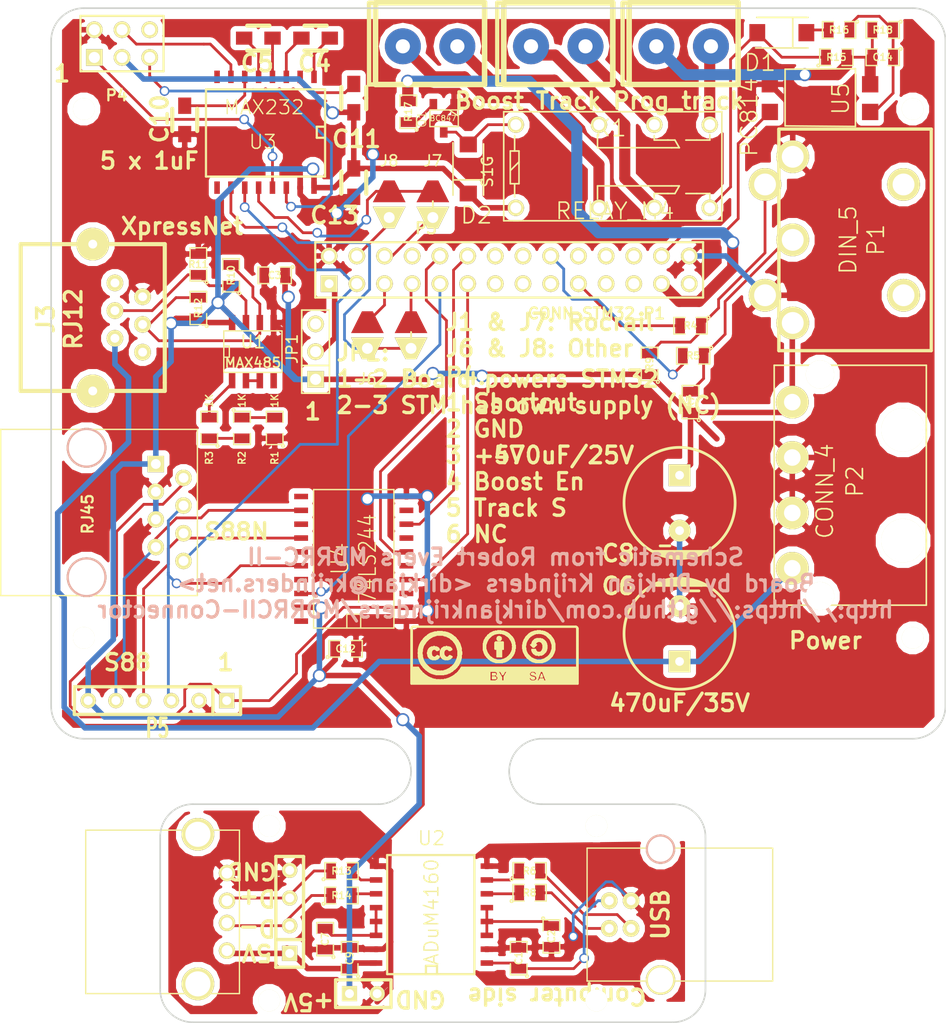
<source format=kicad_pcb>
(kicad_pcb (version 3) (host pcbnew "(2014-03-01 BZR 4730)-product")
  (layers (15 F.Cu signal) (0 B.Cu signal) (18 B.Paste user) (19 F.Paste user) (20 B.SilkS user) (21 F.SilkS user) (22 B.Mask user) (23 F.Mask user) (28 Edge.Cuts user))
  (net 0 "")
  (net 1 +12V)
  (net 2 +5V)
  (net 3 ACK_Input)
  (net 4 BOOST1_Brown)
  (net 5 BOOST1_Red)
  (net 6 Booster_SC_232)
  (net 7 Booster_SC_ttl)
  (net 8 Booster_enable_232)
  (net 9 Booster_enable_ttl)
  (net 10 GND)
  (net 11 I2C_SCL)
  (net 12 I2C_SDA)
  (net 13 N-0000011)
  (net 14 N-0000012)
  (net 15 N-0000013)
  (net 16 N-0000015)
  (net 17 N-0000022)
  (net 18 N-0000023)
  (net 19 N-0000025)
  (net 20 N-0000026)
  (net 21 N-0000035)
  (net 22 N-0000037)
  (net 23 N-0000038)
  (net 24 N-0000039)
  (net 25 N-0000048)
  (net 26 N-0000051)
  (net 27 N-0000052)
  (net 28 N-0000054)
  (net 29 N-0000055)
  (net 30 N-0000057)
  (net 31 N-0000058)
  (net 32 N-0000059)
  (net 33 N-000007)
  (net 34 N-0000075)
  (net 35 N-0000079)
  (net 36 N-000008)
  (net 37 N-0000080)
  (net 38 N-0000081)
  (net 39 N-0000083)
  (net 40 N-0000084)
  (net 41 N-0000085)
  (net 42 N-0000086)
  (net 43 N-0000087)
  (net 44 N-0000088)
  (net 45 N-0000089)
  (net 46 N-0000092)
  (net 47 N-0000093)
  (net 48 N-0000094)
  (net 49 N-0000095)
  (net 50 PA1)
  (net 51 PA2)
  (net 52 ProgTrack_ACK)
  (net 53 ProgTrack_Brown)
  (net 54 ProgTrack_Red)
  (net 55 Prog_track_relay)
  (net 56 S88_Clk)
  (net 57 S88_Reset)
  (net 58 S88_data)
  (net 59 S88_shift)
  (net 60 Track1_Brown)
  (net 61 Track1_Red)
  (net 62 Track_signal_232)
  (net 63 Track_signal_ttl)
  (module Capacitor_SMD0805_HandSoldering_RevA_Date21Jun2010 (layer F.Cu) (at 127.75 116 270)
    (fp_text reference C13 (at 3 1.75 360) (layer F.SilkS) (effects (font (thickness 0.3048))))
    (fp_text value 1uF hide)
    (pad 1 smd rect (at -1.30048 0 270) (size 1.50114 1.19888) (layers F.Cu F.Paste F.Mask) (net 2 +5V))
    (pad 2 smd rect (at 1.30048 0 270) (size 1.50114 1.19888) (layers F.Cu F.Paste F.Mask) (net 10 GND))
  )
  (module USB_B (layer F.Cu) (at 155.875 183.125 90)
    (fp_text reference J2 hide)
    (fp_text value USB (at 0 0 90) (layer F.SilkS) (effects (font (thickness 0.3048))))
    (pad 1 thru_hole circle (at 1.27 -4.699 90) (size 1.524 1.524) (drill 0.8128) (layers *.Cu *.Mask F.SilkS) (net 39 N-0000083))
    (pad 2 thru_hole circle (at -1.27 -4.699 90) (size 1.524 1.524) (drill 0.8128) (layers *.Cu *.Mask F.SilkS) (net 47 N-0000093))
    (pad 3 thru_hole circle (at -1.27 -2.70002 90) (size 1.524 1.524) (drill 0.8128) (layers *.Cu *.Mask F.SilkS) (net 49 N-0000095))
    (pad 4 thru_hole circle (at 1.27 -2.70002 90) (size 1.524 1.524) (drill 0.8128) (layers *.Cu *.Mask F.SilkS) (net 45 N-0000089))
    (pad 5 np_thru_hole circle (at 5.99948 0 90) (size 2.70002 2.70002) (drill 2.30124) (layers *.Cu *.SilkS *.Mask))
    (pad 6 thru_hole circle (at -5.99948 0 90) (size 2.70002 2.70002) (drill 2.30124) (layers *.Cu *.Mask F.SilkS))
  )
  (module USB_A (layer F.Cu) (at 116.125 182.875 180)
    (fp_text reference J4 hide)
    (fp_text value USB_2 hide)
    (pad 4 thru_hole circle (at 0 -3.556 180) (size 1.50114 1.50114) (drill 1.00076) (layers *.Cu *.Mask F.SilkS) (net 2 +5V))
    (pad 3 thru_hole circle (at 0 -1.016 180) (size 1.50114 1.50114) (drill 1.00076) (layers *.Cu *.Mask F.SilkS) (net 28 N-0000054))
    (pad 2 thru_hole circle (at 0 1.016 180) (size 1.50114 1.50114) (drill 1.00076) (layers *.Cu *.Mask F.SilkS) (net 29 N-0000055))
    (pad 1 thru_hole circle (at 0 3.556 180) (size 1.50114 1.50114) (drill 1.00076) (layers *.Cu *.Mask F.SilkS) (net 10 GND))
    (pad 5 thru_hole circle (at 2.667 -6.604 180) (size 2.99974 2.99974) (drill 2.30124) (layers *.Cu *.Mask F.SilkS))
    (pad 6 thru_hole circle (at 2.667 7.112 180) (size 2.99974 2.99974) (drill 2.30124) (layers *.Cu *.Mask F.SilkS))
  )
  (module SOT23 (layer F.Cu) (at 136 110.1 180)
    (fp_text reference Q1 (at 1.99898 -0.09906 270) (layer F.SilkS) (effects (font (size 0.762 0.762) (thickness 0.0762))))
    (fp_text value BC847 (at 0.0635 0 180) (layer F.SilkS) (effects (font (size 0.50038 0.50038) (thickness 0.0762))))
    (pad 3 smd rect (at 0 -1.27 180) (size 0.70104 1.00076) (layers F.Cu F.Paste F.Mask) (net 33 N-000007))
    (pad 2 smd rect (at 0.9525 1.27 180) (size 0.70104 1.00076) (layers F.Cu F.Paste F.Mask) (net 36 N-000008))
    (pad 1 smd rect (at -0.9525 1.27 180) (size 0.70104 1.00076) (layers F.Cu F.Paste F.Mask) (net 10 GND))
  )
  (module SO8E (layer F.Cu) (at 118.5 131.5)
    (fp_text reference U1 (at 0 -0.889) (layer F.SilkS) (effects (font (size 1.143 1.143) (thickness 0.1524))))
    (fp_text value MAX485 (at 0 1.016) (layer F.SilkS) (effects (font (size 0.889 0.889) (thickness 0.1524))))
    (pad 8 smd rect (at -1.905 -2.667) (size 0.59944 1.39954) (layers F.Cu F.Paste F.Mask) (net 2 +5V))
    (pad 1 smd rect (at -1.905 2.667) (size 0.59944 1.39954) (layers F.Cu F.Paste F.Mask) (net 15 N-0000013))
    (pad 7 smd rect (at -0.635 -2.667) (size 0.59944 1.39954) (layers F.Cu F.Paste F.Mask) (net 13 N-0000011))
    (pad 6 smd rect (at 0.635 -2.667) (size 0.59944 1.39954) (layers F.Cu F.Paste F.Mask) (net 14 N-0000012))
    (pad 5 smd rect (at 1.905 -2.667) (size 0.59944 1.39954) (layers F.Cu F.Paste F.Mask) (net 10 GND))
    (pad 2 smd rect (at -0.635 2.667) (size 0.59944 1.39954) (layers F.Cu F.Paste F.Mask) (net 50 PA1))
    (pad 3 smd rect (at 0.635 2.667) (size 0.59944 1.39954) (layers F.Cu F.Paste F.Mask) (net 50 PA1))
    (pad 4 smd rect (at 1.905 2.667) (size 0.59944 1.39954) (layers F.Cu F.Paste F.Mask))
  )
  (module SO20L (layer F.Cu) (at 127.75 150.5 90)
    (fp_text reference U4 (at 0 -1.27 90) (layer F.SilkS) (effects (font (thickness 0.127))))
    (fp_text value 74LS244 (at 0 1.27 90) (layer F.SilkS) (effects (font (size 1.524 1.27) (thickness 0.127))))
    (pad 11 smd rect (at 5.715 -4.826 90) (size 0.508 1.27) (layers F.Cu F.Paste F.Mask))
    (pad 12 smd rect (at 4.445 -4.826 90) (size 0.508 1.27) (layers F.Cu F.Paste F.Mask) (net 32 N-0000059))
    (pad 13 smd rect (at 3.175 -4.826 90) (size 0.508 1.27) (layers F.Cu F.Paste F.Mask))
    (pad 14 smd rect (at 1.905 -4.826 90) (size 0.508 1.27) (layers F.Cu F.Paste F.Mask) (net 44 N-0000088))
    (pad 15 smd rect (at 0.635 -4.826 90) (size 0.508 1.27) (layers F.Cu F.Paste F.Mask))
    (pad 16 smd rect (at -0.635 -4.826 90) (size 0.508 1.27) (layers F.Cu F.Paste F.Mask) (net 31 N-0000058))
    (pad 17 smd rect (at -1.905 -4.826 90) (size 0.508 1.27) (layers F.Cu F.Paste F.Mask))
    (pad 18 smd rect (at -3.175 -4.826 90) (size 0.508 1.27) (layers F.Cu F.Paste F.Mask) (net 58 S88_data))
    (pad 19 smd rect (at -4.445 -4.826 90) (size 0.508 1.27) (layers F.Cu F.Paste F.Mask) (net 2 +5V))
    (pad 20 smd rect (at -5.715 -4.826 90) (size 0.508 1.27) (layers F.Cu F.Paste F.Mask))
    (pad 1 smd rect (at -5.715 4.826 90) (size 0.508 1.27) (layers F.Cu F.Paste F.Mask) (net 10 GND))
    (pad 2 smd rect (at -4.445 4.826 90) (size 0.508 1.27) (layers F.Cu F.Paste F.Mask) (net 30 N-0000057))
    (pad 3 smd rect (at -3.175 4.826 90) (size 0.508 1.27) (layers F.Cu F.Paste F.Mask))
    (pad 4 smd rect (at -1.905 4.826 90) (size 0.508 1.27) (layers F.Cu F.Paste F.Mask) (net 56 S88_Clk))
    (pad 5 smd rect (at -0.635 4.826 90) (size 0.508 1.27) (layers F.Cu F.Paste F.Mask))
    (pad 6 smd rect (at 0.635 4.826 90) (size 0.508 1.27) (layers F.Cu F.Paste F.Mask) (net 59 S88_shift))
    (pad 7 smd rect (at 1.905 4.826 90) (size 0.508 1.27) (layers F.Cu F.Paste F.Mask))
    (pad 8 smd rect (at 3.175 4.826 90) (size 0.508 1.27) (layers F.Cu F.Paste F.Mask) (net 57 S88_Reset))
    (pad 9 smd rect (at 4.445 4.826 90) (size 0.508 1.27) (layers F.Cu F.Paste F.Mask))
    (pad 10 smd rect (at 5.715 4.826 90) (size 0.508 1.27) (layers F.Cu F.Paste F.Mask) (net 10 GND))
  )
  (module SO16W (layer F.Cu) (at 134.875 183.125 90)
    (fp_text reference U2 (at 7 0 180) (layer F.SilkS) (effects (font (size 1.27 1.27) (thickness 0.127))))
    (fp_text value ADuM4160 (at 0.25 0 90) (layer F.SilkS) (effects (font (size 1.27 1.27) (thickness 0.127))))
    (pad 1 smd rect (at -4.445 5.08 90) (size 0.508 1.143) (layers F.Cu F.Paste F.Mask) (net 39 N-0000083))
    (pad 2 smd rect (at -3.175 5.08 90) (size 0.508 1.143) (layers F.Cu F.Paste F.Mask) (net 45 N-0000089))
    (pad 3 smd rect (at -1.905 5.08 90) (size 0.508 1.143) (layers F.Cu F.Paste F.Mask) (net 43 N-0000087))
    (pad 4 smd rect (at -0.635 5.08 90) (size 0.508 1.143) (layers F.Cu F.Paste F.Mask) (net 43 N-0000087))
    (pad 5 smd rect (at 0.635 5.08 90) (size 0.508 1.143) (layers F.Cu F.Paste F.Mask) (net 43 N-0000087))
    (pad 6 smd rect (at 1.905 5.08 90) (size 0.508 1.143) (layers F.Cu F.Paste F.Mask) (net 46 N-0000092))
    (pad 7 smd rect (at 3.175 5.08 90) (size 0.508 1.143) (layers F.Cu F.Paste F.Mask) (net 48 N-0000094))
    (pad 8 smd rect (at 4.445 5.08 90) (size 0.508 1.143) (layers F.Cu F.Paste F.Mask) (net 45 N-0000089))
    (pad 9 smd rect (at 4.445 -5.08 90) (size 0.508 1.143) (layers F.Cu F.Paste F.Mask) (net 10 GND))
    (pad 10 smd rect (at 3.175 -5.08 90) (size 0.508 1.143) (layers F.Cu F.Paste F.Mask) (net 41 N-0000085))
    (pad 11 smd rect (at 1.905 -5.08 90) (size 0.508 1.143) (layers F.Cu F.Paste F.Mask) (net 40 N-0000084))
    (pad 12 smd rect (at 0.635 -5.08 90) (size 0.508 1.143) (layers F.Cu F.Paste F.Mask) (net 42 N-0000086))
    (pad 13 smd rect (at -0.635 -5.08 90) (size 0.508 1.143) (layers F.Cu F.Paste F.Mask) (net 42 N-0000086))
    (pad 14 smd rect (at -1.905 -5.08 90) (size 0.508 1.143) (layers F.Cu F.Paste F.Mask) (net 42 N-0000086))
    (pad 15 smd rect (at -3.175 -5.08 90) (size 0.508 1.143) (layers F.Cu F.Paste F.Mask) (net 10 GND))
    (pad 16 smd rect (at -4.445 -5.08 90) (size 0.508 1.143) (layers F.Cu F.Paste F.Mask) (net 2 +5V))
  )
  (module SO16W (layer F.Cu) (at 119.66 111.38 180)
    (fp_text reference U3 (at 0.254 -0.889 180) (layer F.SilkS) (effects (font (size 1.27 1.27) (thickness 0.127))))
    (fp_text value MAX232 (at 0.127 2.286 180) (layer F.SilkS) (effects (font (size 1.27 1.27) (thickness 0.127))))
    (pad 1 smd rect (at -4.445 5.08 180) (size 0.508 1.143) (layers F.Cu F.Paste F.Mask) (net 35 N-0000079))
    (pad 2 smd rect (at -3.175 5.08 180) (size 0.508 1.143) (layers F.Cu F.Paste F.Mask) (net 38 N-0000081))
    (pad 3 smd rect (at -1.905 5.08 180) (size 0.508 1.143) (layers F.Cu F.Paste F.Mask) (net 26 N-0000051))
    (pad 4 smd rect (at -0.635 5.08 180) (size 0.508 1.143) (layers F.Cu F.Paste F.Mask) (net 37 N-0000080))
    (pad 5 smd rect (at 0.635 5.08 180) (size 0.508 1.143) (layers F.Cu F.Paste F.Mask) (net 27 N-0000052))
    (pad 6 smd rect (at 1.905 5.08 180) (size 0.508 1.143) (layers F.Cu F.Paste F.Mask) (net 34 N-0000075))
    (pad 7 smd rect (at 3.175 5.08 180) (size 0.508 1.143) (layers F.Cu F.Paste F.Mask) (net 8 Booster_enable_232))
    (pad 8 smd rect (at 4.445 5.08 180) (size 0.508 1.143) (layers F.Cu F.Paste F.Mask))
    (pad 9 smd rect (at 4.445 -5.08 180) (size 0.508 1.143) (layers F.Cu F.Paste F.Mask))
    (pad 10 smd rect (at 3.175 -5.08 180) (size 0.508 1.143) (layers F.Cu F.Paste F.Mask) (net 9 Booster_enable_ttl))
    (pad 11 smd rect (at 1.905 -5.08 180) (size 0.508 1.143) (layers F.Cu F.Paste F.Mask) (net 63 Track_signal_ttl))
    (pad 12 smd rect (at 0.635 -5.08 180) (size 0.508 1.143) (layers F.Cu F.Paste F.Mask) (net 7 Booster_SC_ttl))
    (pad 13 smd rect (at -0.635 -5.08 180) (size 0.508 1.143) (layers F.Cu F.Paste F.Mask) (net 6 Booster_SC_232))
    (pad 14 smd rect (at -1.905 -5.08 180) (size 0.508 1.143) (layers F.Cu F.Paste F.Mask) (net 62 Track_signal_232))
    (pad 15 smd rect (at -3.175 -5.08 180) (size 0.508 1.143) (layers F.Cu F.Paste F.Mask) (net 10 GND))
    (pad 16 smd rect (at -4.445 -5.08 180) (size 0.508 1.143) (layers F.Cu F.Paste F.Mask) (net 2 +5V))
  )
  (module SM0805 (layer F.Cu) (at 158.625 129.125 180)
    (fp_text reference R4 (at 0 0 180) (layer F.SilkS) (effects (font (size 0.635 0.635) (thickness 0.127))))
    (fp_text value 100 hide)
    (pad 1 smd rect (at -0.9525 0 180) (size 0.889 1.397) (layers F.Cu F.Paste F.Mask) (net 18 N-0000023))
    (pad 2 smd rect (at 0.9525 0 180) (size 0.889 1.397) (layers F.Cu F.Paste F.Mask) (net 12 I2C_SDA))
  )
  (module SM0805 (layer F.Cu) (at 158.875 131.875 180)
    (fp_text reference R5 (at 0 0 180) (layer F.SilkS) (effects (font (size 0.635 0.635) (thickness 0.127))))
    (fp_text value 100 hide)
    (pad 1 smd rect (at -0.9525 0 180) (size 0.889 1.397) (layers F.Cu F.Paste F.Mask) (net 17 N-0000022))
    (pad 2 smd rect (at 0.9525 0 180) (size 0.889 1.397) (layers F.Cu F.Paste F.Mask) (net 11 I2C_SCL))
  )
  (module SM0805 (layer F.Cu) (at 158.625 136.125 90)
    (fp_text reference R7 (at 0 0 90) (layer F.SilkS) (effects (font (size 0.635 0.635) (thickness 0.127))))
    (fp_text value 4K7 hide)
    (pad 1 smd rect (at -0.9525 0 90) (size 0.889 1.397) (layers F.Cu F.Paste F.Mask) (net 2 +5V))
    (pad 2 smd rect (at 0.9525 0 90) (size 0.889 1.397) (layers F.Cu F.Paste F.Mask) (net 17 N-0000022))
  )
  (module SM0805 (layer F.Cu) (at 154.875 132.625 90)
    (fp_text reference R9 (at 0 0 90) (layer F.SilkS) (effects (font (size 0.635 0.635) (thickness 0.127))))
    (fp_text value 4K7 hide)
    (pad 1 smd rect (at -0.9525 0 90) (size 0.889 1.397) (layers F.Cu F.Paste F.Mask) (net 2 +5V))
    (pad 2 smd rect (at 0.9525 0 90) (size 0.889 1.397) (layers F.Cu F.Paste F.Mask) (net 18 N-0000023))
  )
  (module SM0805 (layer F.Cu) (at 172 104.5)
    (fp_text reference R15 (at 0 0) (layer F.SilkS) (effects (font (size 0.635 0.635) (thickness 0.127))))
    (fp_text value 39 hide)
    (pad 1 smd rect (at -0.9525 0) (size 0.889 1.397) (layers F.Cu F.Paste F.Mask) (net 52 ProgTrack_ACK))
    (pad 2 smd rect (at 0.9525 0) (size 0.889 1.397) (layers F.Cu F.Paste F.Mask) (net 53 ProgTrack_Brown))
  )
  (module SM0805 (layer F.Cu) (at 176.25 102 180)
    (fp_text reference R18 (at 0 0 180) (layer F.SilkS) (effects (font (size 0.635 0.635) (thickness 0.127))))
    (fp_text value 47k hide)
    (pad 1 smd rect (at -0.9525 0 180) (size 0.889 1.397) (layers F.Cu F.Paste F.Mask) (net 20 N-0000026))
    (pad 2 smd rect (at 0.9525 0 180) (size 0.889 1.397) (layers F.Cu F.Paste F.Mask) (net 53 ProgTrack_Brown))
  )
  (module SM0805 (layer F.Cu) (at 172.25 102 180)
    (fp_text reference R16 (at 0 0 180) (layer F.SilkS) (effects (font (size 0.635 0.635) (thickness 0.127))))
    (fp_text value 680 hide)
    (pad 1 smd rect (at -0.9525 0 180) (size 0.889 1.397) (layers F.Cu F.Paste F.Mask) (net 20 N-0000026))
    (pad 2 smd rect (at 0.9525 0 180) (size 0.889 1.397) (layers F.Cu F.Paste F.Mask) (net 19 N-0000025))
  )
  (module SM0805 (layer F.Cu) (at 113.5 127.5 90)
    (fp_text reference R12 (at 0 0 90) (layer F.SilkS) (effects (font (size 0.635 0.635) (thickness 0.127))))
    (fp_text value 1K5 hide)
    (pad 1 smd rect (at -0.9525 0 90) (size 0.889 1.397) (layers F.Cu F.Paste F.Mask) (net 2 +5V))
    (pad 2 smd rect (at 0.9525 0 90) (size 0.889 1.397) (layers F.Cu F.Paste F.Mask) (net 14 N-0000012))
  )
  (module SM0805 (layer F.Cu) (at 113.5 123.5 90)
    (fp_text reference R11 (at 0 0 180) (layer F.SilkS) (effects (font (size 0.635 0.635) (thickness 0.127))))
    (fp_text value 1K5 hide)
    (pad 1 smd rect (at -0.9525 0 90) (size 0.889 1.397) (layers F.Cu F.Paste F.Mask) (net 13 N-0000011))
    (pad 2 smd rect (at 0.9525 0 90) (size 0.889 1.397) (layers F.Cu F.Paste F.Mask) (net 10 GND))
  )
  (module SM0805 (layer F.Cu) (at 176.25 104.5 180)
    (fp_text reference C14 (at 0 0 180) (layer F.SilkS) (effects (font (size 0.635 0.635) (thickness 0.127))))
    (fp_text value 33nF hide)
    (pad 1 smd rect (at -0.9525 0 180) (size 0.889 1.397) (layers F.Cu F.Paste F.Mask) (net 20 N-0000026))
    (pad 2 smd rect (at 0.9525 0 180) (size 0.889 1.397) (layers F.Cu F.Paste F.Mask) (net 53 ProgTrack_Brown))
  )
  (module SM0805 (layer F.Cu) (at 120.5 124.5 180)
    (fp_text reference C3 (at 0 0 180) (layer F.SilkS) (effects (font (size 0.635 0.635) (thickness 0.127))))
    (fp_text value 100nF hide)
    (pad 1 smd rect (at -0.9525 0 180) (size 0.889 1.397) (layers F.Cu F.Paste F.Mask) (net 2 +5V))
    (pad 2 smd rect (at 0.9525 0 180) (size 0.889 1.397) (layers F.Cu F.Paste F.Mask) (net 10 GND))
  )
  (module SM0805 (layer F.Cu) (at 116.5 124.5 90)
    (fp_text reference R10 (at 0 0 90) (layer F.SilkS) (effects (font (size 0.635 0.635) (thickness 0.127))))
    (fp_text value 120 hide)
    (pad 1 smd rect (at -0.9525 0 90) (size 0.889 1.397) (layers F.Cu F.Paste F.Mask) (net 13 N-0000011))
    (pad 2 smd rect (at 0.9525 0 90) (size 0.889 1.397) (layers F.Cu F.Paste F.Mask) (net 14 N-0000012))
  )
  (module SM0805 (layer F.Cu) (at 132.75 109.5 90)
    (fp_text reference R17 (at 0 0 90) (layer F.SilkS) (effects (font (size 0.635 0.635) (thickness 0.127))))
    (fp_text value 1K hide)
    (pad 1 smd rect (at -0.9525 0 90) (size 0.889 1.397) (layers F.Cu F.Paste F.Mask) (net 36 N-000008))
    (pad 2 smd rect (at 0.9525 0 90) (size 0.889 1.397) (layers F.Cu F.Paste F.Mask) (net 55 Prog_track_relay))
  )
  (module SM0805 (layer F.Cu) (at 120.5 138.5 90)
    (fp_text reference R1 (at -2.75 0 90) (layer F.SilkS) (effects (font (size 0.635 0.635) (thickness 0.127))))
    (fp_text value 1K (at 2.5 0 90) (layer F.SilkS) (effects (font (size 0.635 0.635) (thickness 0.127))))
    (pad 1 smd rect (at -0.9525 0 90) (size 0.889 1.397) (layers F.Cu F.Paste F.Mask) (net 10 GND))
    (pad 2 smd rect (at 0.9525 0 90) (size 0.889 1.397) (layers F.Cu F.Paste F.Mask) (net 16 N-0000015))
  )
  (module SM0805 (layer F.Cu) (at 114.5 138.5 90)
    (fp_text reference R3 (at -2.75 0 90) (layer F.SilkS) (effects (font (size 0.635 0.635) (thickness 0.127))))
    (fp_text value 1K (at 2.5 0 90) (layer F.SilkS) (effects (font (size 0.635 0.635) (thickness 0.127))))
    (pad 1 smd rect (at -0.9525 0 90) (size 0.889 1.397) (layers F.Cu F.Paste F.Mask) (net 51 PA2))
    (pad 2 smd rect (at 0.9525 0 90) (size 0.889 1.397) (layers F.Cu F.Paste F.Mask) (net 15 N-0000013))
  )
  (module SM0805 (layer F.Cu) (at 117.5 138.5 270)
    (fp_text reference R2 (at 2.75 0 270) (layer F.SilkS) (effects (font (size 0.635 0.635) (thickness 0.127))))
    (fp_text value 1K (at -2.5 0 270) (layer F.SilkS) (effects (font (size 0.635 0.635) (thickness 0.127))))
    (pad 1 smd rect (at -0.9525 0 270) (size 0.889 1.397) (layers F.Cu F.Paste F.Mask) (net 16 N-0000015))
    (pad 2 smd rect (at 0.9525 0 270) (size 0.889 1.397) (layers F.Cu F.Paste F.Mask) (net 51 PA2))
  )
  (module SM0805 (layer F.Cu) (at 125.125 185.375 90)
    (fp_text reference C7 (at 0 0 90) (layer F.SilkS) (effects (font (size 0.635 0.635) (thickness 0.127))))
    (fp_text value 100nF hide)
    (pad 1 smd rect (at -0.9525 0 90) (size 0.889 1.397) (layers F.Cu F.Paste F.Mask) (net 10 GND))
    (pad 2 smd rect (at 0.9525 0 90) (size 0.889 1.397) (layers F.Cu F.Paste F.Mask) (net 42 N-0000086))
  )
  (module SM0805 (layer F.Cu) (at 127.375 187.125 90)
    (fp_text reference C9 (at 0 0 90) (layer F.SilkS) (effects (font (size 0.635 0.635) (thickness 0.127))))
    (fp_text value 100nF hide)
    (pad 1 smd rect (at -0.9525 0 90) (size 0.889 1.397) (layers F.Cu F.Paste F.Mask) (net 2 +5V))
    (pad 2 smd rect (at 0.9525 0 90) (size 0.889 1.397) (layers F.Cu F.Paste F.Mask) (net 10 GND))
  )
  (module SM0805 (layer F.Cu) (at 126.625 181.375)
    (fp_text reference R14 (at 0 0) (layer F.SilkS) (effects (font (size 0.635 0.635) (thickness 0.127))))
    (fp_text value "24 1%" hide)
    (pad 1 smd rect (at -0.9525 0) (size 0.889 1.397) (layers F.Cu F.Paste F.Mask) (net 28 N-0000054))
    (pad 2 smd rect (at 0.9525 0) (size 0.889 1.397) (layers F.Cu F.Paste F.Mask) (net 40 N-0000084))
  )
  (module SM0805 (layer F.Cu) (at 126.625 179.125)
    (fp_text reference R13 (at 0 0) (layer F.SilkS) (effects (font (size 0.635 0.635) (thickness 0.127))))
    (fp_text value "24 1%" hide)
    (pad 1 smd rect (at -0.9525 0) (size 0.889 1.397) (layers F.Cu F.Paste F.Mask) (net 29 N-0000055))
    (pad 2 smd rect (at 0.9525 0) (size 0.889 1.397) (layers F.Cu F.Paste F.Mask) (net 41 N-0000085))
  )
  (module SM0805 (layer F.Cu) (at 145.875 185.125 270)
    (fp_text reference C2 (at 0 0 270) (layer F.SilkS) (effects (font (size 0.635 0.635) (thickness 0.127))))
    (fp_text value 100nF hide)
    (pad 1 smd rect (at -0.9525 0 270) (size 0.889 1.397) (layers F.Cu F.Paste F.Mask) (net 43 N-0000087))
    (pad 2 smd rect (at 0.9525 0 270) (size 0.889 1.397) (layers F.Cu F.Paste F.Mask) (net 45 N-0000089))
  )
  (module SM0805 (layer F.Cu) (at 142.875 187.125 90)
    (fp_text reference C1 (at 0 0 90) (layer F.SilkS) (effects (font (size 0.635 0.635) (thickness 0.127))))
    (fp_text value 100nF hide)
    (pad 1 smd rect (at -0.9525 0 90) (size 0.889 1.397) (layers F.Cu F.Paste F.Mask) (net 39 N-0000083))
    (pad 2 smd rect (at 0.9525 0 90) (size 0.889 1.397) (layers F.Cu F.Paste F.Mask) (net 45 N-0000089))
  )
  (module SM0805 (layer F.Cu) (at 143.875 179.125)
    (fp_text reference R6 (at 0 0) (layer F.SilkS) (effects (font (size 0.635 0.635) (thickness 0.127))))
    (fp_text value "24 1%" hide)
    (pad 1 smd rect (at -0.9525 0) (size 0.889 1.397) (layers F.Cu F.Paste F.Mask) (net 48 N-0000094))
    (pad 2 smd rect (at 0.9525 0) (size 0.889 1.397) (layers F.Cu F.Paste F.Mask) (net 49 N-0000095))
  )
  (module SM0805 (layer F.Cu) (at 143.875 181.125)
    (fp_text reference R8 (at 0 0) (layer F.SilkS) (effects (font (size 0.635 0.635) (thickness 0.127))))
    (fp_text value "24 1%" hide)
    (pad 1 smd rect (at -0.9525 0) (size 0.889 1.397) (layers F.Cu F.Paste F.Mask) (net 46 N-0000092))
    (pad 2 smd rect (at 0.9525 0) (size 0.889 1.397) (layers F.Cu F.Paste F.Mask) (net 47 N-0000093))
  )
  (module SM0805 (layer F.Cu) (at 127 158.75)
    (fp_text reference C12 (at 0 0) (layer F.SilkS) (effects (font (size 0.635 0.635) (thickness 0.127))))
    (fp_text value 100nF hide)
    (pad 1 smd rect (at -0.9525 0) (size 0.889 1.397) (layers F.Cu F.Paste F.Mask) (net 2 +5V))
    (pad 2 smd rect (at 0.9525 0) (size 0.889 1.397) (layers F.Cu F.Paste F.Mask) (net 10 GND))
  )
  (module SIL-6 (layer F.Cu) (at 109.75 163.5 180)
    (fp_text reference P5 (at 0 -2.54 180) (layer F.SilkS) (effects (font (size 1.72974 1.08712) (thickness 0.3048))))
    (fp_text value CONN_6 hide)
    (pad 1 thru_hole rect (at -6.35 0 180) (size 1.397 1.397) (drill 0.8128) (layers *.Cu *.Mask F.SilkS) (net 30 N-0000057))
    (pad 2 thru_hole circle (at -3.81 0 180) (size 1.397 1.397) (drill 0.8128) (layers *.Cu *.Mask F.SilkS) (net 10 GND))
    (pad 3 thru_hole circle (at -1.27 0 180) (size 1.397 1.397) (drill 0.8128) (layers *.Cu *.Mask F.SilkS) (net 31 N-0000058))
    (pad 4 thru_hole circle (at 1.27 0 180) (size 1.397 1.397) (drill 0.8128) (layers *.Cu *.Mask F.SilkS) (net 44 N-0000088))
    (pad 5 thru_hole circle (at 3.81 0 180) (size 1.397 1.397) (drill 0.8128) (layers *.Cu *.Mask F.SilkS) (net 32 N-0000059))
    (pad 6 thru_hole circle (at 6.35 0 180) (size 1.397 1.397) (drill 0.8128) (layers *.Cu *.Mask F.SilkS) (net 2 +5V))
  )
  (module RJ45_8 (layer F.Cu) (at 103.25 146.25 270)
    (fp_text reference J5 hide)
    (fp_text value RJ45 (at 0.14224 -0.1016 270) (layer F.SilkS) (effects (font (size 1.00076 1.00076) (thickness 0.2032))))
    (pad Hole np_thru_hole circle (at 5.93852 0 270) (size 3.64998 3.64998) (drill 3.2512) (layers *.Cu *.SilkS *.Mask))
    (pad Hole np_thru_hole circle (at -5.9309 0 270) (size 3.64998 3.64998) (drill 3.2512) (layers *.Cu *.SilkS *.Mask))
    (pad 1 thru_hole rect (at -4.445 -6.35 270) (size 1.50114 1.50114) (drill 0.89916) (layers *.Cu *.Mask F.SilkS) (net 2 +5V))
    (pad 2 thru_hole circle (at -3.175 -8.89 270) (size 1.50114 1.50114) (drill 0.89916) (layers *.Cu *.Mask F.SilkS) (net 30 N-0000057))
    (pad 3 thru_hole circle (at -1.905 -6.35 270) (size 1.50114 1.50114) (drill 0.89916) (layers *.Cu *.Mask F.SilkS) (net 10 GND))
    (pad 4 thru_hole circle (at -0.635 -8.89 270) (size 1.50114 1.50114) (drill 0.89916) (layers *.Cu *.Mask F.SilkS) (net 31 N-0000058))
    (pad 5 thru_hole circle (at 0.635 -6.35 270) (size 1.50114 1.50114) (drill 0.89916) (layers *.Cu *.Mask F.SilkS) (net 10 GND))
    (pad 6 thru_hole circle (at 1.905 -8.89 270) (size 1.50114 1.50114) (drill 0.89916) (layers *.Cu *.Mask F.SilkS) (net 44 N-0000088))
    (pad 7 thru_hole circle (at 3.175 -6.35 270) (size 1.50114 1.50114) (drill 0.89916) (layers *.Cu *.Mask F.SilkS) (net 32 N-0000059))
    (pad 8 thru_hole circle (at 4.445 -8.89 270) (size 1.50114 1.50114) (drill 0.89916) (layers *.Cu *.Mask F.SilkS) (net 63 Track_signal_ttl))
  )
  (module RJ12_E (layer F.Cu) (at 99.5 128.5 270)
    (fp_text reference J3 (at 0 0 270) (layer F.SilkS) (effects (font (thickness 0.3048))))
    (fp_text value RJ12 (at 0 -2.54 270) (layer F.SilkS) (effects (font (thickness 0.3048))))
    (pad 4 thru_hole circle (at 0.508 -8.89 270) (size 1.524 1.524) (drill 0.8128) (layers *.Cu *.Mask F.SilkS) (net 14 N-0000012))
    (pad 2 thru_hole circle (at -2.032 -8.89 270) (size 1.524 1.524) (drill 0.8128) (layers *.Cu *.Mask F.SilkS) (net 10 GND))
    (pad 6 thru_hole circle (at 3.048 -8.89 270) (size 1.524 1.524) (drill 0.8128) (layers *.Cu *.Mask F.SilkS))
    (pad 1 thru_hole circle (at -3.302 -6.35 270) (size 1.524 1.524) (drill 0.8128) (layers *.Cu *.Mask F.SilkS))
    (pad 3 thru_hole circle (at -0.762 -6.35 270) (size 1.524 1.524) (drill 0.8128) (layers *.Cu *.Mask F.SilkS) (net 13 N-0000011))
    (pad 5 thru_hole circle (at 1.778 -6.35 270) (size 1.524 1.524) (drill 0.8128) (layers *.Cu *.Mask F.SilkS) (net 1 +12V))
    (pad 8 thru_hole circle (at 6.604 -4.318 270) (size 2.99974 2.99974) (drill 0.8128) (layers *.Cu *.Mask F.SilkS))
    (pad 7 thru_hole circle (at -6.858 -4.318 270) (size 2.99974 2.99974) (drill 0.8128) (layers *.Cu *.Mask F.SilkS))
  )
  (module pin_array_3x2 (layer F.Cu) (at 106.5 103.25)
    (fp_text reference P4 (at -0.5 4.75) (layer F.SilkS) (effects (font (size 1.016 1.016) (thickness 0.2032))))
    (fp_text value CONN_3X2 hide)
    (pad 1 thru_hole rect (at -2.54 1.27) (size 1.524 1.524) (drill 1.016) (layers *.Cu *.Mask F.SilkS) (net 6 Booster_SC_232))
    (pad 2 thru_hole circle (at -2.54 -1.27) (size 1.524 1.524) (drill 1.016) (layers *.Cu *.Mask F.SilkS) (net 10 GND))
    (pad 3 thru_hole circle (at 0 1.27) (size 1.524 1.524) (drill 1.016) (layers *.Cu *.Mask F.SilkS) (net 2 +5V))
    (pad 4 thru_hole circle (at 0 -1.27) (size 1.524 1.524) (drill 1.016) (layers *.Cu *.Mask F.SilkS) (net 8 Booster_enable_232))
    (pad 5 thru_hole circle (at 2.54 1.27) (size 1.524 1.524) (drill 1.016) (layers *.Cu *.Mask F.SilkS) (net 62 Track_signal_232))
    (pad 6 thru_hole circle (at 2.54 -1.27) (size 1.524 1.524) (drill 1.016) (layers *.Cu *.Mask F.SilkS))
  )
  (module DIN_5 (layer F.Cu) (at 168 121.25 90)
    (fp_text reference P1 (at 0 7.62 90) (layer F.SilkS) (effects (font (size 1.5 1.5))))
    (fp_text value DIN_5 (at 0 5.08 90) (layer F.SilkS) (effects (font (size 1.5 1.5))))
    (pad 7 thru_hole circle (at 5.08 10.16 90) (size 3 3) (drill 2) (layers *.Cu *.Mask F.SilkS))
    (pad 6 thru_hole circle (at -5.08 10.16 90) (size 3 3) (drill 2) (layers *.Cu *.Mask F.SilkS))
    (pad 3 thru_hole circle (at -7.62 0 90) (size 3 3) (drill 2) (layers *.Cu *.Mask F.SilkS) (net 2 +5V))
    (pad 5 thru_hole circle (at -5.08 -2.54 90) (size 3 3) (drill 2) (layers *.Cu *.Mask F.SilkS) (net 10 GND))
    (pad 2 thru_hole circle (at 0 0 90) (size 3 3) (drill 2) (layers *.Cu *.Mask F.SilkS) (net 17 N-0000022))
    (pad 4 thru_hole circle (at 5.08 -2.54 90) (size 3 3) (drill 2) (layers *.Cu *.Mask F.SilkS) (net 18 N-0000023))
    (pad 1 thru_hole circle (at 7.62 0 90) (size 3 3) (drill 2) (layers *.Cu *.Mask F.SilkS) (net 10 GND))
  )
  (module CP_10x21mm (layer F.Cu) (at 157.625 145.375 180)
    (fp_text reference C8 (at 5.625 -4.625 180) (layer F.SilkS) (effects (font (thickness 0.3048))))
    (fp_text value 470uF/25V (at 10.625 4.375 180) (layer F.SilkS) (effects (font (thickness 0.3048))))
    (pad 1 thru_hole rect (at 0 2.54 180) (size 1.99898 1.99898) (drill 0.8001) (layers *.Cu *.Mask F.SilkS) (net 2 +5V))
    (pad 2 thru_hole circle (at 0 -2.54 180) (size 1.99898 1.99898) (drill 0.8001) (layers *.Cu *.Mask F.SilkS) (net 10 GND))
  )
  (module CP_10x21mm (layer F.Cu) (at 157.625 157.375)
    (fp_text reference C6 (at -5.625 -4.375) (layer F.SilkS) (effects (font (thickness 0.3048))))
    (fp_text value 470uF/35V (at 0 6.35) (layer F.SilkS) (effects (font (thickness 0.3048))))
    (pad 1 thru_hole rect (at 0 2.54) (size 1.99898 1.99898) (drill 0.8001) (layers *.Cu *.Mask F.SilkS) (net 1 +12V))
    (pad 2 thru_hole circle (at 0 -2.54) (size 1.99898 1.99898) (drill 0.8001) (layers *.Cu *.Mask F.SilkS) (net 10 GND))
  )
  (module Capacitor_SMD0805_HandSoldering_RevA_Date21Jun2010 (layer F.Cu) (at 112.25 110.25 90)
    (fp_text reference C10 (at 0.09906 -2.30124 90) (layer F.SilkS) (effects (font (thickness 0.3048))))
    (fp_text value 1uF hide)
    (pad 1 smd rect (at -1.30048 0 90) (size 1.50114 1.19888) (layers F.Cu F.Paste F.Mask) (net 10 GND))
    (pad 2 smd rect (at 1.30048 0 90) (size 1.50114 1.19888) (layers F.Cu F.Paste F.Mask) (net 34 N-0000075))
  )
  (module Capacitor_SMD0805_HandSoldering_RevA_Date21Jun2010 (layer F.Cu) (at 127.75 108.25 270)
    (fp_text reference C11 (at 3.75 -0.25 360) (layer F.SilkS) (effects (font (thickness 0.3048))))
    (fp_text value 1uF hide)
    (pad 1 smd rect (at -1.30048 0 270) (size 1.50114 1.19888) (layers F.Cu F.Paste F.Mask) (net 38 N-0000081))
    (pad 2 smd rect (at 1.30048 0 270) (size 1.50114 1.19888) (layers F.Cu F.Paste F.Mask) (net 2 +5V))
  )
  (module Capacitor_SMD0805_HandSoldering_RevA_Date21Jun2010 (layer F.Cu) (at 119 102.75 180)
    (fp_text reference C5 (at 0.09906 -2.30124 180) (layer F.SilkS) (effects (font (thickness 0.3048))))
    (fp_text value 1uF hide)
    (pad 1 smd rect (at -1.30048 0 180) (size 1.50114 1.19888) (layers F.Cu F.Paste F.Mask) (net 37 N-0000080))
    (pad 2 smd rect (at 1.30048 0 180) (size 1.50114 1.19888) (layers F.Cu F.Paste F.Mask) (net 27 N-0000052))
  )
  (module Capacitor_SMD0805_HandSoldering_RevA_Date21Jun2010 (layer F.Cu) (at 124.25 102.75 180)
    (fp_text reference C4 (at 0.09906 -2.30124 180) (layer F.SilkS) (effects (font (thickness 0.3048))))
    (fp_text value 1uF hide)
    (pad 1 smd rect (at -1.30048 0 180) (size 1.50114 1.19888) (layers F.Cu F.Paste F.Mask) (net 35 N-0000079))
    (pad 2 smd rect (at 1.30048 0 180) (size 1.50114 1.19888) (layers F.Cu F.Paste F.Mask) (net 26 N-0000051))
  )
  (module 4LD_MDIP (layer F.Cu) (at 170.5 108.25 270)
    (fp_text reference U5 (at 0.05 -1.9 270) (layer F.SilkS) (effects (font (size 1.5 1.5))))
    (fp_text value PC814 (at 1.75 6.5 270) (layer F.SilkS) (effects (font (size 1.5 1.5))))
    (pad 1 smd rect (at 1.27 -4.6 270) (size 1.5 1.5) (layers F.Cu F.Paste F.Mask) (net 20 N-0000026))
    (pad 2 smd rect (at -1.27 -4.6 270) (size 1.5 1.5) (layers F.Cu F.Paste F.Mask) (net 53 ProgTrack_Brown))
    (pad 3 smd rect (at -1.27 4.6 270) (size 1.5 1.5) (layers F.Cu F.Paste F.Mask) (net 10 GND))
    (pad 4 smd rect (at 1.27 4.6 270) (size 1.5 1.5) (layers F.Cu F.Paste F.Mask) (net 3 ACK_Input))
  )
  (module MOLEX_15-24-4441 (layer F.Cu) (at 170.5 143.75 270)
    (fp_text reference P2 (at -0.35 -3.2 270) (layer F.SilkS) (effects (font (size 1.5 1.5))))
    (fp_text value CONN_4 (at 0.55 -0.45 270) (layer F.SilkS) (effects (font (size 1.5 1.5))))
    (pad "" np_thru_hole circle (at 5.08 -7.62 270) (size 4 4) (drill 4) (layers *.Cu *.Mask F.SilkS))
    (pad "" np_thru_hole circle (at -5.08 -7.62 270) (size 4 4) (drill 4) (layers *.Cu *.Mask F.SilkS))
    (pad "" np_thru_hole circle (at -10.16 0 270) (size 2.6 2.6) (drill 2.6) (layers *.Cu *.Mask F.SilkS))
    (pad "" np_thru_hole circle (at 10.16 0 270) (size 2.6 2.6) (drill 2.6) (layers *.Cu *.Mask F.SilkS))
    (pad 3 thru_hole circle (at -2.54 2.54 270) (size 3 3) (drill 1.52) (layers *.Cu *.Mask F.SilkS) (net 10 GND))
    (pad 4 thru_hole circle (at -7.62 2.54 270) (size 3 3) (drill 1.52) (layers *.Cu *.Mask F.SilkS) (net 2 +5V))
    (pad 2 thru_hole circle (at 2.54 2.54 270) (size 3 3) (drill 1.52) (layers *.Cu *.Mask F.SilkS) (net 10 GND))
    (pad 1 thru_hole circle (at 7.62 2.54 270) (size 3 3) (drill 1.52) (layers *.Cu *.Mask F.SilkS) (net 1 +12V))
  )
  (module SIL-2 (layer F.Cu) (at 128.625 190.375)
    (fp_text reference P6 hide)
    (fp_text value CONN_2 hide)
    (pad 1 thru_hole rect (at -1.27 0) (size 1.397 1.397) (drill 0.8128) (layers *.Cu *.Mask F.SilkS) (net 2 +5V))
    (pad 2 thru_hole circle (at 1.27 0) (size 1.397 1.397) (drill 0.8128) (layers *.Cu *.Mask F.SilkS) (net 10 GND))
  )
  (module SIL-4 (layer F.Cu) (at 121.875 182.875 90)
    (fp_text reference P7 hide)
    (fp_text value CONN_4 hide)
    (pad 1 thru_hole rect (at -3.81 0 90) (size 1.397 1.397) (drill 0.8128) (layers *.Cu *.Mask F.SilkS) (net 2 +5V))
    (pad 2 thru_hole circle (at -1.27 0 90) (size 1.397 1.397) (drill 0.8128) (layers *.Cu *.Mask F.SilkS) (net 28 N-0000054))
    (pad 3 thru_hole circle (at 1.27 0 90) (size 1.397 1.397) (drill 0.8128) (layers *.Cu *.Mask F.SilkS) (net 29 N-0000055))
    (pad 4 thru_hole circle (at 3.81 0 90) (size 1.397 1.397) (drill 0.8128) (layers *.Cu *.Mask F.SilkS) (net 10 GND))
  )
  (module DO-214AC (layer F.Cu) (at 167 102.25)
    (fp_text reference D1 (at -2 2.75) (layer F.SilkS) (effects (font (size 1.5 1.5))))
    (fp_text value S1G hide)
    (pad 1 smd rect (at -2.25 0) (size 1.45 1.58) (layers F.Cu F.Paste F.Mask) (net 52 ProgTrack_ACK))
    (pad 2 smd rect (at 2.25 0) (size 1.45 1.58) (layers F.Cu F.Paste F.Mask) (net 19 N-0000025))
  )
  (module DO-214AC (layer F.Cu) (at 138.25 114.75 270)
    (fp_text reference D2 (at 4.25 -0.75 360) (layer F.SilkS) (effects (font (size 1.5 1.5))))
    (fp_text value S1G (at 0.25 -1.75 270) (layer F.SilkS))
    (pad 1 smd rect (at -2.25 0 270) (size 1.45 1.58) (layers F.Cu F.Paste F.Mask) (net 33 N-000007))
    (pad 2 smd rect (at 2.25 0 270) (size 1.45 1.58) (layers F.Cu F.Paste F.Mask) (net 2 +5V))
  )
  (module Relais_M4 (layer F.Cu) (at 151.5 114.5)
    (fp_text reference K1 (at -0.2 -3.5) (layer F.SilkS) (effects (font (size 1.5 1.5))))
    (fp_text value RELAY_M4 (at 0.2 4.1) (layer F.SilkS) (effects (font (size 1.5 1.5))))
    (pad 1 thru_hole circle (at -8.89 3.81) (size 1.5 1.5) (drill 1) (layers *.Cu *.Mask F.SilkS) (net 2 +5V))
    (pad 2 thru_hole circle (at -8.89 -3.81) (size 1.5 1.5) (drill 1) (layers *.Cu *.Mask F.SilkS) (net 33 N-000007))
    (pad 3 thru_hole circle (at -1.27 3.81) (size 1.5 1.5) (drill 1) (layers *.Cu *.Mask F.SilkS) (net 4 BOOST1_Brown))
    (pad 4 thru_hole circle (at -1.27 -3.81) (size 1.5 1.5) (drill 1) (layers *.Cu *.Mask F.SilkS) (net 5 BOOST1_Red))
    (pad 5 thru_hole circle (at 3.81 3.81) (size 1.5 1.5) (drill 1) (layers *.Cu *.Mask F.SilkS) (net 60 Track1_Brown))
    (pad 6 thru_hole circle (at 3.81 -3.81) (size 1.5 1.5) (drill 1) (layers *.Cu *.Mask F.SilkS) (net 61 Track1_Red))
    (pad 7 thru_hole circle (at 8.89 3.81) (size 1.5 1.5) (drill 1) (layers *.Cu *.Mask F.SilkS) (net 52 ProgTrack_ACK))
    (pad 8 thru_hole circle (at 8.89 -3.81) (size 1.5 1.5) (drill 1) (layers *.Cu *.Mask F.SilkS) (net 54 ProgTrack_Red))
  )
  (module 2PIN_SC_RM5 (layer F.Cu) (at 146.5 103.5)
    (fp_text reference P10)
    (fp_text value CONN_2 hide)
    (pad 1 thru_hole oval (at -2.49936 0) (size 3.29946 3.29692) (drill oval 1.30048 1.2954) (layers *.Cu *.Paste *.Mask) (net 60 Track1_Brown))
    (pad 2 thru_hole oval (at 2.49936 0) (size 3.29946 3.29692) (drill oval 1.30048 1.2954) (layers *.Cu *.Paste *.Mask) (net 61 Track1_Red))
  )
  (module 2PIN_SC_RM5 (layer F.Cu) (at 158 103.5)
    (fp_text reference P9)
    (fp_text value CONN_2 hide)
    (pad 1 thru_hole oval (at -2.49936 0) (size 3.29946 3.29692) (drill oval 1.30048 1.2954) (layers *.Cu *.Paste *.Mask) (net 53 ProgTrack_Brown))
    (pad 2 thru_hole oval (at 2.49936 0) (size 3.29946 3.29692) (drill oval 1.30048 1.2954) (layers *.Cu *.Paste *.Mask) (net 54 ProgTrack_Red))
  )
  (module 2PIN_SC_RM5 (layer F.Cu) (at 134.75 103.5)
    (fp_text reference P8)
    (fp_text value CONN_2 hide)
    (pad 1 thru_hole oval (at -2.49936 0) (size 3.29946 3.29692) (drill oval 1.30048 1.2954) (layers *.Cu *.Paste *.Mask) (net 4 BOOST1_Brown))
    (pad 2 thru_hole oval (at 2.49936 0) (size 3.29946 3.29692) (drill oval 1.30048 1.2954) (layers *.Cu *.Paste *.Mask) (net 5 BOOST1_Red))
  )
  (module M2 (layer F.Cu) (at 103 109.25)
    (fp_text reference M2 hide)
    (fp_text value VAL** hide)
    (pad "" np_thru_hole circle (at 0 0) (size 2 2) (drill 2) (layers *.Cu *.Mask F.SilkS))
  )
  (module M2 (layer F.Cu) (at 103 157.75)
    (fp_text reference M2 hide)
    (fp_text value VAL** hide)
    (pad "" np_thru_hole circle (at 0 0) (size 2 2) (drill 2) (layers *.Cu *.Mask F.SilkS))
  )
  (module M2 (layer F.Cu) (at 179 157.75)
    (fp_text reference M2 hide)
    (fp_text value VAL** hide)
    (pad "" np_thru_hole circle (at 0 0) (size 2 2) (drill 2) (layers *.Cu *.Mask F.SilkS))
  )
  (module M2 (layer F.Cu) (at 177.75 101)
    (fp_text reference M2 hide)
    (fp_text value VAL** hide)
    (pad "" np_thru_hole circle (at 1.25 8.25) (size 2 2) (drill 2) (layers *.Cu *.Mask F.SilkS))
  )
  (module pin_array_14x2 (layer F.Cu) (at 142 124)
    (fp_text reference P3 (at -7.62 -3.81) (layer F.SilkS) (effects (font (size 1.016 1.016) (thickness 0.2032))))
    (fp_text value CONN_STM32_P1 (at 8 4) (layer F.SilkS) (effects (font (size 1.016 1.016) (thickness 0.2032))))
    (pad 1 thru_hole rect (at -16.51 1.27) (size 1.524 1.524) (drill 0.8128) (layers *.Cu *.Mask F.SilkS) (net 24 N-0000039))
    (pad 2 thru_hole circle (at -16.51 -1.27) (size 1.524 1.524) (drill 1.016) (layers *.Cu *.Mask F.SilkS) (net 10 GND))
    (pad 3 thru_hole circle (at -13.97 1.27) (size 1.524 1.524) (drill 1.016) (layers *.Cu *.Mask F.SilkS) (net 63 Track_signal_ttl))
    (pad 4 thru_hole circle (at -13.97 -1.27) (size 1.524 1.524) (drill 1.016) (layers *.Cu *.Mask F.SilkS) (net 21 N-0000035))
    (pad 5 thru_hole circle (at -11.43 1.27) (size 1.524 1.524) (drill 1.016) (layers *.Cu *.Mask F.SilkS) (net 23 N-0000038))
    (pad 6 thru_hole circle (at -11.43 -1.27) (size 1.524 1.524) (drill 1.016) (layers *.Cu *.Mask F.SilkS) (net 25 N-0000048))
    (pad 7 thru_hole circle (at -8.89 1.27) (size 1.524 1.524) (drill 1.016) (layers *.Cu *.Mask F.SilkS) (net 22 N-0000037))
    (pad 8 thru_hole circle (at -8.89 -1.27) (size 1.524 1.524) (drill 1.016) (layers *.Cu *.Mask F.SilkS))
    (pad 9 thru_hole circle (at -6.35 1.27) (size 1.524 1.524) (drill 1.016) (layers *.Cu *.Mask F.SilkS) (net 58 S88_data))
    (pad 10 thru_hole circle (at -6.35 -1.27) (size 1.524 1.524) (drill 1.016) (layers *.Cu *.Mask F.SilkS) (net 59 S88_shift))
    (pad 11 thru_hole circle (at -3.81 1.27) (size 1.524 1.524) (drill 1.016) (layers *.Cu *.Mask F.SilkS) (net 56 S88_Clk))
    (pad 12 thru_hole circle (at -3.81 -1.27) (size 1.524 1.524) (drill 1.016) (layers *.Cu *.Mask F.SilkS) (net 57 S88_Reset))
    (pad 13 thru_hole circle (at -1.27 1.27) (size 1.524 1.524) (drill 1.016) (layers *.Cu *.Mask F.SilkS))
    (pad 14 thru_hole circle (at -1.27 -1.27) (size 1.524 1.524) (drill 1.016) (layers *.Cu *.Mask F.SilkS))
    (pad 15 thru_hole circle (at 1.27 1.27) (size 1.524 1.524) (drill 1.016) (layers *.Cu *.Mask F.SilkS))
    (pad 16 thru_hole circle (at 1.27 -1.27) (size 1.524 1.524) (drill 1.016) (layers *.Cu *.Mask F.SilkS))
    (pad 17 thru_hole circle (at 3.81 1.27) (size 1.524 1.524) (drill 1.016) (layers *.Cu *.Mask F.SilkS))
    (pad 18 thru_hole circle (at 3.81 -1.27) (size 1.524 1.524) (drill 1.016) (layers *.Cu *.Mask F.SilkS) (net 11 I2C_SCL))
    (pad 19 thru_hole circle (at 6.35 1.27) (size 1.524 1.524) (drill 1.016) (layers *.Cu *.Mask F.SilkS) (net 12 I2C_SDA))
    (pad 20 thru_hole circle (at 6.35 -1.27) (size 1.524 1.524) (drill 1.016) (layers *.Cu *.Mask F.SilkS))
    (pad 21 thru_hole circle (at 8.89 1.27) (size 1.524 1.524) (drill 1.016) (layers *.Cu *.Mask F.SilkS))
    (pad 22 thru_hole circle (at 8.89 -1.27) (size 1.524 1.524) (drill 1.016) (layers *.Cu *.Mask F.SilkS))
    (pad 23 thru_hole circle (at 11.43 1.27) (size 1.524 1.524) (drill 1.016) (layers *.Cu *.Mask F.SilkS))
    (pad 24 thru_hole circle (at 11.43 -1.27) (size 1.524 1.524) (drill 1.016) (layers *.Cu *.Mask F.SilkS))
    (pad 25 thru_hole circle (at 13.97 1.27) (size 1.524 1.524) (drill 1.016) (layers *.Cu *.Mask F.SilkS) (net 55 Prog_track_relay))
    (pad 26 thru_hole circle (at 13.97 -1.27) (size 1.524 1.524) (drill 1.016) (layers *.Cu *.Mask F.SilkS) (net 3 ACK_Input))
    (pad 27 thru_hole circle (at 16.51 1.27) (size 1.524 1.524) (drill 1.016) (layers *.Cu *.Mask F.SilkS))
    (pad 28 thru_hole circle (at 16.51 -1.27) (size 1.524 1.524) (drill 1.016) (layers *.Cu *.Mask F.SilkS) (net 10 GND))
  )
  (module solder_jumper_conn (layer F.Cu) (at 135 118 270)
    (fp_text reference J7 (at -4 0 360) (layer F.SilkS))
    (fp_text value SOLDER_JUMPER_CONN hide)
    (fp_line (start -0.3 0) (end 0.35 0) (layer F.Cu) (width 0.15))
    (pad 2 thru_hole trapezoid (at 1.2 0 270) (size 2 2) (rect_delta 1 0) (drill 1) (layers *.Cu *.Mask F.SilkS) (net 25 N-0000048))
    (pad 1 smd trapezoid (at -1.2 0 90) (size 2 2) (rect_delta 1 0) (layers F.Cu F.Paste F.Mask) (net 7 Booster_SC_ttl))
  )
  (module solder_jumper_conn (layer F.Cu) (at 133 130 270)
    (fp_text reference J1 (at 4 0 360) (layer F.SilkS))
    (fp_text value SOLDER_JUMPER_CONN hide)
    (fp_line (start -0.3 0) (end 0.35 0) (layer F.Cu) (width 0.15))
    (pad 2 thru_hole trapezoid (at 1.2 0 270) (size 2 2) (rect_delta 1 0) (drill 1) (layers *.Cu *.Mask F.SilkS) (net 9 Booster_enable_ttl))
    (pad 1 smd trapezoid (at -1.2 0 90) (size 2 2) (rect_delta 1 0) (layers F.Cu F.Paste F.Mask) (net 22 N-0000037))
  )
  (module solder_jumper (layer F.Cu) (at 131 118 270)
    (fp_text reference J8 (at -4 0 360) (layer F.SilkS))
    (fp_text value SOLDER_JUMPER hide)
    (pad 2 thru_hole trapezoid (at 1.2 0 270) (size 2 2) (rect_delta 1 0) (drill 1) (layers *.Cu *.Mask F.SilkS) (net 21 N-0000035))
    (pad 1 smd trapezoid (at -1.2 0 90) (size 2 2) (rect_delta 1 0) (layers F.Cu F.Paste F.Mask) (net 7 Booster_SC_ttl))
  )
  (module solder_jumper (layer F.Cu) (at 129 130 270)
    (fp_text reference J6 (at 4 0 360) (layer F.SilkS))
    (fp_text value SOLDER_JUMPER hide)
    (pad 2 thru_hole trapezoid (at 1.2 0 270) (size 2 2) (rect_delta 1 0) (drill 1) (layers *.Cu *.Mask F.SilkS) (net 9 Booster_enable_ttl))
    (pad 1 smd trapezoid (at -1.2 0 90) (size 2 2) (rect_delta 1 0) (layers F.Cu F.Paste F.Mask) (net 23 N-0000038))
  )
  (module PIN_ARRAY_3X1 (layer F.Cu) (at 124.25 131.5 90)
    (fp_text reference JP1 (at 0.254 -2.159 90) (layer F.SilkS) (effects (font (size 1.016 1.016) (thickness 0.1524))))
    (fp_text value JUMPER hide)
    (pad 1 thru_hole rect (at -2.54 0 90) (size 1.524 1.524) (drill 1.016) (layers *.Cu *.Mask F.SilkS) (net 2 +5V))
    (pad 2 thru_hole circle (at 0 0 90) (size 1.524 1.524) (drill 1.016) (layers *.Cu *.Mask F.SilkS) (net 24 N-0000039))
    (pad 3 thru_hole circle (at 2.54 0 90) (size 1.524 1.524) (drill 1.016) (layers *.Cu *.Mask F.SilkS))
  )
  (module CC-BY-SA (layer F.Cu) (at 133 162)
    (fp_text reference "" (at 0 0) (layer F.SilkS) (effects (font (size 0 0))))
    (fp_text value "" (at 0 0) (layer F.SilkS) (effects (font (size 0 0))))
  )
  (module M2 (layer F.Cu) (at 120 191)
    (fp_text reference M2 hide)
    (fp_text value VAL** hide)
    (pad "" np_thru_hole circle (at 0 0) (size 2 2) (drill 2) (layers *.Cu *.Mask F.SilkS))
  )
  (module M2 (layer F.Cu) (at 120 175)
    (fp_text reference M2 hide)
    (fp_text value VAL** hide)
    (pad "" np_thru_hole circle (at 0 0) (size 2 2) (drill 2) (layers *.Cu *.Mask F.SilkS))
  )
  (module M2 (layer F.Cu) (at 150 175)
    (fp_text reference M2 hide)
    (fp_text value VAL** hide)
    (pad "" np_thru_hole circle (at 0 0) (size 2 2) (drill 2) (layers *.Cu *.Mask F.SilkS))
  )
  (module M2 (layer F.Cu) (at 150 191)
    (fp_text reference M2 hide)
    (fp_text value VAL** hide)
    (pad "" np_thru_hole circle (at 0 0) (size 2 2) (drill 2) (layers *.Cu *.Mask F.SilkS))
  )
  (gr_text "Schematic from Robert Evers MDRRC-II\nBoard by Dirkjan Krijnders <dirkjan@krijnders.net>\nhttp://https://github.com/dirkjankrijnders/MDRRCII-Connector" (at 140.75 152.75) (layer B.SilkS) (effects (font (size 1.5 1.5) (thickness 0.3)) (justify mirror)))
  (gr_text "Boost Track Prog_track\n" (at 150.25 108.5) (layer F.SilkS) (effects (font (size 1.5 1.5) (thickness 0.3))))
  (gr_text "5 x 1uF" (at 109 114) (layer F.SilkS) (effects (font (size 1.5 1.5) (thickness 0.3))))
  (gr_text "J1 & J7: Rocrail\nJ6 & J8: Other" (at 136 130) (layer F.SilkS) (effects (font (size 1.5 1.5) (thickness 0.3)) (justify left)))
  (gr_text "JP1:\n1-2 Board powers STM32\n2-3 STM has own supply (NC)" (at 126 134) (layer F.SilkS) (effects (font (size 1.5 1.5) (thickness 0.3)) (justify left)))
  (gr_text 1 (at 124 137) (layer F.SilkS) (effects (font (size 1.5 1.5) (thickness 0.3))))
  (gr_text "P4:\n1 Shortcut\n2 GND\n3 +5V\n4 Boost En\n5 Track S\n6 NC" (at 136 141) (layer F.SilkS) (effects (font (size 1.5 1.5) (thickness 0.3)) (justify left)))
  (gr_text 1 (at 101 106) (layer F.SilkS) (effects (font (size 1.5 1.5) (thickness 0.3))))
  (gr_text Power (at 171 158) (layer F.SilkS) (effects (font (size 1.5 1.5) (thickness 0.3))))
  (gr_text XpressNet (at 112 120) (layer F.SilkS) (effects (font (size 1.5 1.5) (thickness 0.3))))
  (gr_text S88N (at 117 148) (layer F.SilkS) (effects (font (size 1.5 1.5) (thickness 0.3))))
  (gr_text 1 (at 116 160) (layer F.SilkS) (effects (font (size 1.5 1.5) (thickness 0.3))))
  (gr_text S88 (at 107 160) (layer F.SilkS) (effects (font (size 1.5 1.5) (thickness 0.3))))
  (gr_arc (start 145 170) (end 145 173) (angle 90) (layer Edge.Cuts) (width 0.15))
  (gr_arc (start 145 170) (end 142 170) (angle 90) (layer Edge.Cuts) (width 0.15))
  (gr_arc (start 130 170) (end 133 170) (angle 90) (layer Edge.Cuts) (width 0.15))
  (gr_arc (start 130 170) (end 130 167) (angle 90) (layer Edge.Cuts) (width 0.15))
  (gr_line (start 103 167) (end 130 167) (angle 90) (layer Edge.Cuts) (width 0.15))
  (gr_line (start 145 173) (end 157 173) (angle 90) (layer Edge.Cuts) (width 0.15))
  (gr_arc (start 113 190) (end 113 193) (angle 90) (layer Edge.Cuts) (width 0.15))
  (gr_arc (start 157 190) (end 160 190) (angle 90) (layer Edge.Cuts) (width 0.15))
  (gr_arc (start 113 176) (end 110 176) (angle 90) (layer Edge.Cuts) (width 0.15))
  (gr_arc (start 157 176) (end 157 173) (angle 90) (layer Edge.Cuts) (width 0.15))
  (gr_line (start 110 190) (end 110 176) (angle 90) (layer Edge.Cuts) (width 0.15))
  (gr_line (start 157 193) (end 113 193) (angle 90) (layer Edge.Cuts) (width 0.15))
  (gr_line (start 160 176) (end 160 190) (angle 90) (layer Edge.Cuts) (width 0.15))
  (gr_line (start 113 173) (end 130 173) (angle 90) (layer Edge.Cuts) (width 0.15))
  (gr_arc (start 179 103) (end 179 100) (angle 90) (layer Edge.Cuts) (width 0.15))
  (gr_arc (start 179 164) (end 182 164) (angle 90) (layer Edge.Cuts) (width 0.15))
  (gr_arc (start 103 164) (end 103 167) (angle 90) (layer Edge.Cuts) (width 0.15))
  (gr_arc (start 103 103) (end 100 103) (angle 90) (layer Edge.Cuts) (width 0.15))
  (gr_line (start 100 103) (end 100 164) (angle 90) (layer Edge.Cuts) (width 0.15))
  (gr_line (start 103 100) (end 179 100) (angle 90) (layer Edge.Cuts) (width 0.15))
  (gr_line (start 182 103) (end 182 164) (angle 90) (layer Edge.Cuts) (width 0.15))
  (gr_line (start 145 167) (end 179 167) (angle 90) (layer Edge.Cuts) (width 0.15))
  (gr_text GND (at 133.875 190.875 180) (layer F.SilkS) (effects (font (size 1.5 1.5) (thickness 0.3))))
  (gr_text +5V (at 123.625 191.125 180) (layer F.SilkS) (effects (font (size 1.5 1.5) (thickness 0.3))))
  (gr_text GND (at 118.375 179.125 180) (layer F.SilkS) (effects (font (size 1.5 1.5) (thickness 0.3))))
  (gr_text D+ (at 118.875 181.625 180) (layer F.SilkS) (effects (font (size 1.5 1.5) (thickness 0.3))))
  (gr_text D- (at 118.875 184.375 180) (layer F.SilkS) (effects (font (size 1.5 1.5) (thickness 0.3))))
  (gr_text 5V (at 118.875 186.625 180) (layer F.SilkS) (effects (font (size 1.5 1.5) (thickness 0.3))))
  (gr_text "Computer side" (at 146.375 190.625 180) (layer F.SilkS) (effects (font (size 1.5 1.5) (thickness 0.3))))
  (segment (start 157.625 159.915) (end 130.085 159.915) (width 0.508) (layer B.Cu) (net 1))
  (segment (start 124 166) (end 103.1 166) (width 0.508) (layer B.Cu) (net 1))
  (segment (start 103.1 166) (end 101.2 164.1) (width 0.508) (layer B.Cu) (net 1))
  (segment (start 101.2 164.1) (end 101.2 154.1) (width 0.508) (layer B.Cu) (net 1))
  (segment (start 101.2 154.1) (end 100.6 153.5) (width 0.508) (layer B.Cu) (net 1))
  (segment (start 100.6 153.5) (end 100.6 146.3) (width 0.508) (layer B.Cu) (net 1))
  (segment (start 100.6 146.3) (end 107.1 139.8) (width 0.508) (layer B.Cu) (net 1))
  (segment (start 107.1 139.8) (end 107.1 133.9) (width 0.508) (layer B.Cu) (net 1))
  (segment (start 107.1 133.9) (end 105.85 132.65) (width 0.508) (layer B.Cu) (net 1))
  (segment (start 105.85 132.65) (end 105.85 130.278) (width 0.508) (layer B.Cu) (net 1))
  (segment (start 130.085 159.915) (end 124 166) (width 0.508) (layer B.Cu) (net 1))
  (segment (start 157.625 159.915) (end 159.415 159.915) (width 0.508) (layer B.Cu) (net 1))
  (segment (start 159.415 159.915) (end 167.96 151.37) (width 0.508) (layer B.Cu) (net 1))
  (segment (start 127.355 190.375) (end 127.355 188.0975) (width 0.508) (layer F.Cu) (net 2))
  (segment (start 127.355 188.0975) (end 127.375 188.0775) (width 0.508) (layer F.Cu) (net 2))
  (segment (start 124.6 161.2) (end 128.2 161.2) (width 0.508) (layer F.Cu) (net 2))
  (segment (start 127.355 179.395) (end 127.355 190.375) (width 0.508) (layer B.Cu) (net 2))
  (segment (start 133.75 173) (end 127.355 179.395) (width 0.508) (layer B.Cu) (net 2))
  (segment (start 133.75 166.75) (end 133.75 173) (width 0.508) (layer B.Cu) (net 2))
  (segment (start 132.25 165.25) (end 133.75 166.75) (width 0.508) (layer B.Cu) (net 2))
  (via (at 132.25 165.25) (size 1.2) (layers F.Cu B.Cu) (net 2))
  (segment (start 128.2 161.2) (end 132.25 165.25) (width 0.508) (layer F.Cu) (net 2))
  (segment (start 154.875 133.5775) (end 139.6725 133.5775) (width 0.508) (layer F.Cu) (net 2))
  (segment (start 134.46 134.04) (end 124.25 134.04) (width 0.508) (layer F.Cu) (net 2))
  (segment (start 135 133.5) (end 134.46 134.04) (width 0.508) (layer F.Cu) (net 2))
  (via (at 135 133.5) (size 1.2) (layers F.Cu B.Cu) (net 2))
  (segment (start 139.25 133.5) (end 135 133.5) (width 0.508) (layer B.Cu) (net 2))
  (segment (start 139.5 133.75) (end 139.25 133.5) (width 0.508) (layer B.Cu) (net 2))
  (via (at 139.5 133.75) (size 1.2) (layers F.Cu B.Cu) (net 2))
  (segment (start 139.6725 133.5775) (end 139.5 133.75) (width 0.508) (layer F.Cu) (net 2))
  (segment (start 124.6 161.2) (end 124.6 155.15) (width 0.508) (layer B.Cu) (net 2))
  (segment (start 124.695 154.945) (end 122.924 154.945) (width 0.508) (layer F.Cu) (net 2))
  (segment (start 124.75 155) (end 124.695 154.945) (width 0.508) (layer F.Cu) (net 2))
  (via (at 124.75 155) (size 1.2) (layers F.Cu B.Cu) (net 2))
  (segment (start 124.6 155.15) (end 124.75 155) (width 0.508) (layer B.Cu) (net 2))
  (segment (start 124.25 134.04) (end 122.54 134.04) (width 0.508) (layer B.Cu) (net 2))
  (segment (start 121.4525 126.2025) (end 121.4525 124.5) (width 0.508) (layer F.Cu) (net 2))
  (segment (start 121.75 126.5) (end 121.4525 126.2025) (width 0.508) (layer F.Cu) (net 2))
  (via (at 121.75 126.5) (size 1.2) (layers F.Cu B.Cu) (net 2))
  (segment (start 121.75 133.25) (end 121.75 126.5) (width 0.508) (layer B.Cu) (net 2))
  (segment (start 122.54 134.04) (end 121.75 133.25) (width 0.508) (layer B.Cu) (net 2))
  (segment (start 124.25 134.04) (end 122.34 134.04) (width 0.508) (layer B.Cu) (net 2))
  (segment (start 122.34 134.04) (end 115.3 127) (width 0.508) (layer B.Cu) (net 2))
  (segment (start 127.75 109.55048) (end 125.84952 109.55048) (width 0.508) (layer F.Cu) (net 2))
  (segment (start 108.48 106.5) (end 106.5 104.52) (width 0.508) (layer B.Cu) (net 2))
  (segment (start 122.7 106.5) (end 108.48 106.5) (width 0.508) (layer B.Cu) (net 2))
  (segment (start 125.8 109.6) (end 122.7 106.5) (width 0.508) (layer B.Cu) (net 2))
  (via (at 125.8 109.6) (size 1.2) (layers F.Cu B.Cu) (net 2))
  (segment (start 125.84952 109.55048) (end 125.8 109.6) (width 0.508) (layer F.Cu) (net 2))
  (segment (start 138.25 117) (end 135.94952 114.69952) (width 0.508) (layer F.Cu) (net 2))
  (segment (start 135.94952 114.69952) (end 127.75 114.69952) (width 0.508) (layer F.Cu) (net 2))
  (segment (start 167.96 136.13) (end 167.96 128.91) (width 0.508) (layer F.Cu) (net 2))
  (segment (start 167.96 128.91) (end 168 128.87) (width 0.508) (layer F.Cu) (net 2))
  (segment (start 167.96 136.13) (end 167.0125 137.0775) (width 0.508) (layer F.Cu) (net 2))
  (segment (start 167.0125 137.0775) (end 158.625 137.0775) (width 0.508) (layer F.Cu) (net 2))
  (segment (start 157.625 142.835) (end 158.625 141.835) (width 0.508) (layer F.Cu) (net 2))
  (segment (start 158.625 141.835) (end 158.625 137.0775) (width 0.508) (layer F.Cu) (net 2))
  (segment (start 111 128.9) (end 113.4 128.9) (width 0.508) (layer B.Cu) (net 2))
  (segment (start 109.6 141.805) (end 109.6 133.8) (width 0.508) (layer B.Cu) (net 2))
  (segment (start 111.4475 128.4525) (end 113.5 128.4525) (width 0.508) (layer F.Cu) (net 2))
  (segment (start 111 128.9) (end 111.4475 128.4525) (width 0.508) (layer F.Cu) (net 2))
  (via (at 111 128.9) (size 1.2) (layers F.Cu B.Cu) (net 2))
  (segment (start 111 132.4) (end 111 128.9) (width 0.508) (layer B.Cu) (net 2))
  (segment (start 109.6 133.8) (end 111 132.4) (width 0.508) (layer B.Cu) (net 2))
  (segment (start 103.4 163.5) (end 103.4 160.2) (width 0.508) (layer B.Cu) (net 2))
  (segment (start 106.495 141.805) (end 109.6 141.805) (width 0.508) (layer B.Cu) (net 2))
  (segment (start 105.7 142.6) (end 106.495 141.805) (width 0.508) (layer B.Cu) (net 2))
  (segment (start 105.7 157.9) (end 105.7 142.6) (width 0.508) (layer B.Cu) (net 2))
  (segment (start 103.4 160.2) (end 105.7 157.9) (width 0.508) (layer B.Cu) (net 2))
  (segment (start 126.0475 158.75) (end 126.0475 159.7525) (width 0.508) (layer F.Cu) (net 2))
  (segment (start 104.9 165) (end 103.4 163.5) (width 0.508) (layer B.Cu) (net 2))
  (segment (start 120.8 165) (end 104.9 165) (width 0.508) (layer B.Cu) (net 2))
  (segment (start 124.6 161.2) (end 120.8 165) (width 0.508) (layer B.Cu) (net 2))
  (via (at 124.6 161.2) (size 1.2) (layers F.Cu B.Cu) (net 2))
  (segment (start 126.0475 159.7525) (end 124.6 161.2) (width 0.508) (layer F.Cu) (net 2))
  (segment (start 118.25 114.75) (end 124 114.75) (width 0.508) (layer B.Cu) (net 2))
  (segment (start 115.3 117.7) (end 118.25 114.75) (width 0.508) (layer B.Cu) (net 2))
  (segment (start 115.3 127) (end 115.3 117.7) (width 0.508) (layer B.Cu) (net 2))
  (via (at 124 114.75) (size 1.2) (layers F.Cu B.Cu) (net 2))
  (segment (start 124 114.75) (end 124.105 114.855) (width 0.508) (layer F.Cu) (net 2))
  (segment (start 124.105 114.855) (end 124.105 116.46) (width 0.508) (layer F.Cu) (net 2))
  (segment (start 122.2225 125.27) (end 121.4525 124.5) (width 0.508) (layer F.Cu) (net 2))
  (segment (start 142.61 118.31) (end 139.56 118.31) (width 0.508) (layer F.Cu) (net 2))
  (segment (start 139.56 118.31) (end 138.25 117) (width 0.508) (layer F.Cu) (net 2))
  (segment (start 127.75 109.55048) (end 127.75 114.69952) (width 0.508) (layer F.Cu) (net 2))
  (segment (start 127.75 114.69952) (end 125.98952 116.46) (width 0.508) (layer F.Cu) (net 2))
  (segment (start 125.98952 116.46) (end 124.105 116.46) (width 0.508) (layer F.Cu) (net 2))
  (segment (start 158.625 137.0775) (end 158.375 137.0775) (width 0.508) (layer F.Cu) (net 2))
  (segment (start 158.375 137.0775) (end 154.875 133.5775) (width 0.508) (layer F.Cu) (net 2))
  (segment (start 161.0425 139.495) (end 158.625 137.0775) (width 0.508) (layer F.Cu) (net 2))
  (segment (start 116.125 186.431) (end 116.379 186.685) (width 0.508) (layer F.Cu) (net 2))
  (segment (start 116.379 186.685) (end 121.875 186.685) (width 0.508) (layer F.Cu) (net 2))
  (segment (start 127.375 188.0775) (end 127.355 188.0975) (width 0.508) (layer F.Cu) (net 2))
  (segment (start 121.625 186.181) (end 123.5215 188.0775) (width 0.508) (layer F.Cu) (net 2))
  (segment (start 123.5215 188.0775) (end 127.375 188.0775) (width 0.508) (layer F.Cu) (net 2))
  (segment (start 127.375 188.0775) (end 127.8825 187.57) (width 0.508) (layer F.Cu) (net 2))
  (segment (start 127.8825 187.57) (end 129.795 187.57) (width 0.508) (layer F.Cu) (net 2))
  (segment (start 116.595 128.833) (end 116.595 128.295) (width 0.508) (layer F.Cu) (net 2))
  (segment (start 116.595 128.295) (end 115.3 127) (width 0.508) (layer F.Cu) (net 2))
  (segment (start 116.595 128.833) (end 113.8805 128.833) (width 0.508) (layer F.Cu) (net 2))
  (segment (start 113.8805 128.833) (end 113.5 128.4525) (width 0.508) (layer F.Cu) (net 2))
  (segment (start 113.4 128.9) (end 115.3 127) (width 0.508) (layer B.Cu) (net 2))
  (segment (start 117.03 125.27) (end 115.3 127) (width 0.508) (layer B.Cu) (net 2))
  (via (at 115.3 127) (size 1.2) (layers F.Cu B.Cu) (net 2))
  (segment (start 165.9 109.52) (end 163 112.42) (width 0.254) (layer F.Cu) (net 3))
  (segment (start 158.1 120.6) (end 155.97 122.73) (width 0.254) (layer F.Cu) (net 3))
  (segment (start 161.7 120.6) (end 158.1 120.6) (width 0.254) (layer F.Cu) (net 3))
  (segment (start 163 119.3) (end 161.7 120.6) (width 0.254) (layer F.Cu) (net 3))
  (segment (start 163 112.42) (end 163 119.3) (width 0.254) (layer F.Cu) (net 3))
  (segment (start 132.25064 103.5) (end 135.05064 106.3) (width 1.016) (layer F.Cu) (net 4))
  (segment (start 150.23 114.33) (end 150.23 118.31) (width 1.016) (layer F.Cu) (net 4))
  (segment (start 144.1 108.2) (end 150.23 114.33) (width 1.016) (layer F.Cu) (net 4))
  (segment (start 139.8 108.2) (end 144.1 108.2) (width 1.016) (layer F.Cu) (net 4))
  (segment (start 137.9 106.3) (end 139.8 108.2) (width 1.016) (layer F.Cu) (net 4))
  (segment (start 135.05064 106.3) (end 137.9 106.3) (width 1.016) (layer F.Cu) (net 4))
  (segment (start 150.23 110.69) (end 146.14 106.6) (width 1.016) (layer F.Cu) (net 5))
  (segment (start 140.34936 106.6) (end 137.24936 103.5) (width 1.016) (layer F.Cu) (net 5))
  (segment (start 146.14 106.6) (end 140.34936 106.6) (width 1.016) (layer F.Cu) (net 5))
  (segment (start 103.96 104.52) (end 103.96 104.66) (width 0.254) (layer F.Cu) (net 6))
  (segment (start 120.295 113.605) (end 120.295 116.46) (width 0.254) (layer F.Cu) (net 6))
  (segment (start 120.3 113.6) (end 120.295 113.605) (width 0.254) (layer F.Cu) (net 6))
  (via (at 120.3 113.6) (size 0.889) (layers F.Cu B.Cu) (net 6))
  (segment (start 120.3 112.8) (end 120.3 113.6) (width 0.254) (layer B.Cu) (net 6))
  (segment (start 117.7 110.2) (end 120.3 112.8) (width 0.254) (layer B.Cu) (net 6))
  (via (at 117.7 110.2) (size 0.889) (layers F.Cu B.Cu) (net 6))
  (segment (start 109.5 110.2) (end 117.7 110.2) (width 0.254) (layer F.Cu) (net 6))
  (segment (start 103.96 104.66) (end 109.5 110.2) (width 0.254) (layer F.Cu) (net 6))
  (segment (start 119.025 116.46) (end 119.025 117.725) (width 0.254) (layer F.Cu) (net 7))
  (segment (start 129.8 116.8) (end 131 116.8) (width 0.254) (layer F.Cu) (net 7))
  (segment (start 129 117.6) (end 129.8 116.8) (width 0.254) (layer F.Cu) (net 7))
  (segment (start 129 119.3) (end 129 117.6) (width 0.254) (layer F.Cu) (net 7))
  (segment (start 128.9 119.4) (end 129 119.3) (width 0.254) (layer F.Cu) (net 7))
  (via (at 128.9 119.4) (size 0.889) (layers F.Cu B.Cu) (net 7))
  (segment (start 127.4 120.9) (end 128.9 119.4) (width 0.254) (layer B.Cu) (net 7))
  (segment (start 124.7 120.9) (end 127.4 120.9) (width 0.254) (layer B.Cu) (net 7))
  (segment (start 124.4 120.6) (end 124.7 120.9) (width 0.254) (layer B.Cu) (net 7))
  (via (at 124.4 120.6) (size 0.889) (layers F.Cu B.Cu) (net 7))
  (segment (start 123.1 120.6) (end 124.4 120.6) (width 0.254) (layer F.Cu) (net 7))
  (segment (start 121.7 119.2) (end 123.1 120.6) (width 0.254) (layer F.Cu) (net 7))
  (segment (start 120.5 119.2) (end 121.7 119.2) (width 0.254) (layer F.Cu) (net 7))
  (segment (start 119.025 117.725) (end 120.5 119.2) (width 0.254) (layer F.Cu) (net 7))
  (segment (start 135 116.8) (end 131 116.8) (width 0.254) (layer F.Cu) (net 7))
  (segment (start 106.5 101.98) (end 107.82 103.3) (width 0.254) (layer F.Cu) (net 8))
  (segment (start 116.485 105.185) (end 116.485 106.3) (width 0.254) (layer F.Cu) (net 8))
  (segment (start 114.6 103.3) (end 116.485 105.185) (width 0.254) (layer F.Cu) (net 8))
  (segment (start 114 103.3) (end 114.6 103.3) (width 0.254) (layer F.Cu) (net 8))
  (segment (start 107.82 103.3) (end 114 103.3) (width 0.254) (layer F.Cu) (net 8))
  (segment (start 129.2 121.8) (end 128.9 121.5) (width 0.254) (layer B.Cu) (net 9))
  (segment (start 127.7 131.2) (end 126.9 130.4) (width 0.254) (layer B.Cu) (net 9))
  (segment (start 126.9 130.4) (end 126.9 128.1) (width 0.254) (layer B.Cu) (net 9))
  (segment (start 126.9 128.1) (end 129.2 125.8) (width 0.254) (layer B.Cu) (net 9))
  (segment (start 129.2 125.8) (end 129.2 121.8) (width 0.254) (layer B.Cu) (net 9))
  (via (at 121.2 120.1) (size 0.889) (layers F.Cu B.Cu) (net 9))
  (segment (start 121.2 120.1) (end 117.8 120.1) (width 0.254) (layer F.Cu) (net 9))
  (segment (start 117.8 120.1) (end 116.485 118.785) (width 0.254) (layer F.Cu) (net 9))
  (segment (start 116.485 116.46) (end 116.485 118.785) (width 0.254) (layer F.Cu) (net 9))
  (segment (start 127.7 131.2) (end 129 131.2) (width 0.254) (layer B.Cu) (net 9))
  (segment (start 122.6 121.5) (end 121.2 120.1) (width 0.254) (layer B.Cu) (net 9))
  (segment (start 128.9 121.5) (end 122.6 121.5) (width 0.254) (layer B.Cu) (net 9))
  (segment (start 133 131.2) (end 129 131.2) (width 0.254) (layer F.Cu) (net 9))
  (segment (start 132.576 156.215) (end 126.433028 156.215) (width 0.508) (layer F.Cu) (net 10))
  (segment (start 123.25 162.75) (end 120.6 165.4) (width 0.508) (layer F.Cu) (net 10))
  (segment (start 123.25 159.398028) (end 123.25 162.75) (width 0.508) (layer F.Cu) (net 10))
  (segment (start 126.433028 156.215) (end 123.25 159.398028) (width 0.508) (layer F.Cu) (net 10))
  (segment (start 129.795 178.68) (end 129.795 177.205) (width 0.508) (layer F.Cu) (net 10))
  (segment (start 134 155.75) (end 134.5 155.25) (width 0.508) (layer F.Cu) (net 10))
  (segment (start 134 173) (end 134 155.75) (width 0.508) (layer F.Cu) (net 10))
  (segment (start 129.795 177.205) (end 134 173) (width 0.508) (layer F.Cu) (net 10))
  (segment (start 134.5 144.75) (end 129.25 144.75) (width 0.508) (layer B.Cu) (net 10))
  (segment (start 123.4525 139.4525) (end 120.5 139.4525) (width 0.508) (layer F.Cu) (net 10))
  (segment (start 129 145) (end 123.4525 139.4525) (width 0.508) (layer F.Cu) (net 10))
  (via (at 129 145) (size 1.2) (layers F.Cu B.Cu) (net 10))
  (segment (start 129.25 144.75) (end 129 145) (width 0.508) (layer B.Cu) (net 10))
  (segment (start 132.576 156.215) (end 133.535 156.215) (width 0.508) (layer F.Cu) (net 10))
  (segment (start 133.535 156.215) (end 134.5 155.25) (width 0.508) (layer F.Cu) (net 10))
  (segment (start 134.465 144.785) (end 132.576 144.785) (width 0.508) (layer F.Cu) (net 10))
  (segment (start 134.5 144.75) (end 134.465 144.785) (width 0.508) (layer F.Cu) (net 10))
  (via (at 134.5 144.75) (size 1.2) (layers F.Cu B.Cu) (net 10))
  (segment (start 134.5 155.25) (end 134.5 144.75) (width 0.508) (layer B.Cu) (net 10))
  (via (at 134.5 155.25) (size 1.2) (layers F.Cu B.Cu) (net 10))
  (segment (start 129.5 113.4) (end 129.5 115.5) (width 0.508) (layer B.Cu) (net 10))
  (segment (start 135.7825 110) (end 135.2 110) (width 0.508) (layer F.Cu) (net 10))
  (segment (start 135.2 110) (end 135.1 110) (width 0.508) (layer F.Cu) (net 10))
  (segment (start 135.1 110) (end 132.7 112.4) (width 0.508) (layer F.Cu) (net 10))
  (segment (start 132.7 112.4) (end 130.5 112.4) (width 0.508) (layer F.Cu) (net 10))
  (segment (start 130.5 112.4) (end 129.5 113.4) (width 0.508) (layer F.Cu) (net 10))
  (via (at 129.5 113.4) (size 1.2) (layers F.Cu B.Cu) (net 10))
  (segment (start 136.9525 108.83) (end 135.7825 110) (width 0.508) (layer F.Cu) (net 10))
  (segment (start 127.69952 117.30048) (end 127.75 117.30048) (width 0.508) (layer F.Cu) (net 10))
  (segment (start 126.2 118.8) (end 127.69952 117.30048) (width 0.508) (layer F.Cu) (net 10))
  (via (at 126.2 118.8) (size 1.2) (layers F.Cu B.Cu) (net 10))
  (segment (start 129.5 115.5) (end 126.2 118.8) (width 0.508) (layer B.Cu) (net 10))
  (segment (start 112.25 111.55048) (end 108.15048 111.55048) (width 0.508) (layer F.Cu) (net 10))
  (segment (start 102.72 101.98) (end 103.96 101.98) (width 0.508) (layer F.Cu) (net 10))
  (segment (start 102 102.7) (end 102.72 101.98) (width 0.508) (layer F.Cu) (net 10))
  (segment (start 102 106.2) (end 102 102.7) (width 0.508) (layer F.Cu) (net 10))
  (segment (start 103.2 107.4) (end 102 106.2) (width 0.508) (layer F.Cu) (net 10))
  (segment (start 104 107.4) (end 103.2 107.4) (width 0.508) (layer F.Cu) (net 10))
  (segment (start 108.15048 111.55048) (end 104 107.4) (width 0.508) (layer F.Cu) (net 10))
  (segment (start 165.46 126.33) (end 161.86 122.73) (width 0.508) (layer B.Cu) (net 10))
  (segment (start 161.86 122.73) (end 158.51 122.73) (width 0.508) (layer B.Cu) (net 10))
  (segment (start 165.46 126.33) (end 171.53 126.33) (width 0.508) (layer F.Cu) (net 10))
  (segment (start 171.53 126.33) (end 173.3 128.1) (width 0.508) (layer F.Cu) (net 10))
  (segment (start 168 113.63) (end 168 109.08) (width 0.508) (layer F.Cu) (net 10))
  (segment (start 168 109.08) (end 165.9 106.98) (width 0.508) (layer F.Cu) (net 10))
  (segment (start 167.96 141.21) (end 170.59 141.21) (width 0.508) (layer F.Cu) (net 10))
  (segment (start 173.3 118.93) (end 168 113.63) (width 0.508) (layer F.Cu) (net 10))
  (segment (start 173.3 138.5) (end 173.3 128.1) (width 0.508) (layer F.Cu) (net 10))
  (segment (start 173.3 128.1) (end 173.3 118.93) (width 0.508) (layer F.Cu) (net 10))
  (segment (start 170.59 141.21) (end 173.3 138.5) (width 0.508) (layer F.Cu) (net 10))
  (segment (start 109.6 144.345) (end 109.6 144.1) (width 0.508) (layer F.Cu) (net 10))
  (segment (start 109.6 144.1) (end 110.9 142.8) (width 0.508) (layer F.Cu) (net 10))
  (segment (start 110.9 142.8) (end 110.9 142.2) (width 0.508) (layer F.Cu) (net 10))
  (segment (start 110.9 142.2) (end 111.9 141.2) (width 0.508) (layer F.Cu) (net 10))
  (segment (start 111.9 141.2) (end 118.7525 141.2) (width 0.508) (layer F.Cu) (net 10))
  (segment (start 118.7525 141.2) (end 120.5 139.4525) (width 0.508) (layer F.Cu) (net 10))
  (segment (start 109.6 146.885) (end 109.6 144.345) (width 0.508) (layer B.Cu) (net 10))
  (segment (start 115.46 165.4) (end 113.56 163.5) (width 0.508) (layer F.Cu) (net 10))
  (segment (start 120.6 165.4) (end 115.46 165.4) (width 0.508) (layer F.Cu) (net 10))
  (segment (start 127.9525 158.75) (end 130.4875 156.215) (width 0.508) (layer F.Cu) (net 10))
  (segment (start 130.4875 156.215) (end 132.576 156.215) (width 0.508) (layer F.Cu) (net 10))
  (segment (start 157.625 154.835) (end 156.245 156.215) (width 0.508) (layer F.Cu) (net 10))
  (segment (start 156.245 156.215) (end 132.576 156.215) (width 0.508) (layer F.Cu) (net 10))
  (segment (start 167.96 146.29) (end 167.96 141.21) (width 0.508) (layer F.Cu) (net 10))
  (segment (start 157.625 154.835) (end 159.415 154.835) (width 0.508) (layer F.Cu) (net 10))
  (segment (start 159.415 154.835) (end 167.96 146.29) (width 0.508) (layer F.Cu) (net 10))
  (segment (start 125.49 122.73) (end 120.365 122.73) (width 0.508) (layer F.Cu) (net 10))
  (segment (start 120.365 122.73) (end 119.5475 123.5475) (width 0.508) (layer F.Cu) (net 10))
  (segment (start 125.49 122.73) (end 125.49 119.56048) (width 0.508) (layer F.Cu) (net 10))
  (segment (start 125.49 119.56048) (end 127.75 117.30048) (width 0.508) (layer F.Cu) (net 10))
  (segment (start 122.835 116.46) (end 122.835 117.085) (width 0.508) (layer F.Cu) (net 10))
  (segment (start 127.30048 117.75) (end 127.75 117.30048) (width 0.508) (layer F.Cu) (net 10))
  (segment (start 123.5 117.75) (end 127.30048 117.75) (width 0.508) (layer F.Cu) (net 10))
  (segment (start 122.835 117.085) (end 123.5 117.75) (width 0.508) (layer F.Cu) (net 10))
  (segment (start 112.25 111.55048) (end 119.80048 111.55048) (width 0.508) (layer F.Cu) (net 10))
  (segment (start 122.835 114.585) (end 122.835 116.46) (width 0.508) (layer F.Cu) (net 10))
  (segment (start 119.80048 111.55048) (end 122.835 114.585) (width 0.508) (layer F.Cu) (net 10))
  (segment (start 112.25 111.5) (end 112.25 111.55048) (width 0.508) (layer F.Cu) (net 10))
  (segment (start 121.875 179.065) (end 121.621 179.319) (width 0.508) (layer F.Cu) (net 10))
  (segment (start 121.621 179.319) (end 116.125 179.319) (width 0.508) (layer F.Cu) (net 10))
  (segment (start 129.895 191.125) (end 131.125 189.895) (width 0.508) (layer F.Cu) (net 10))
  (segment (start 131.125 189.895) (end 131.125 185.625) (width 0.508) (layer F.Cu) (net 10))
  (segment (start 129.795 178.68) (end 130.68 178.68) (width 0.508) (layer F.Cu) (net 10))
  (segment (start 130.45 186.3) (end 129.795 186.3) (width 0.508) (layer F.Cu) (net 10))
  (segment (start 131.125 185.625) (end 130.45 186.3) (width 0.508) (layer F.Cu) (net 10))
  (segment (start 131.125 179.125) (end 131.125 185.625) (width 0.508) (layer F.Cu) (net 10))
  (segment (start 130.68 178.68) (end 131.125 179.125) (width 0.508) (layer F.Cu) (net 10))
  (segment (start 121.625 179.069) (end 123.569 177.125) (width 0.508) (layer F.Cu) (net 10))
  (segment (start 128.24 177.125) (end 129.795 178.68) (width 0.508) (layer F.Cu) (net 10))
  (segment (start 123.569 177.125) (end 128.24 177.125) (width 0.508) (layer F.Cu) (net 10))
  (segment (start 127.375 186.1725) (end 127.5025 186.3) (width 0.508) (layer F.Cu) (net 10))
  (segment (start 127.5025 186.3) (end 129.795 186.3) (width 0.508) (layer F.Cu) (net 10))
  (segment (start 125.125 186.3275) (end 125.28 186.1725) (width 0.508) (layer F.Cu) (net 10))
  (segment (start 125.28 186.1725) (end 127.375 186.1725) (width 0.508) (layer F.Cu) (net 10))
  (segment (start 120.5 139.4525) (end 121.5475 139.4525) (width 0.508) (layer F.Cu) (net 10))
  (segment (start 122.5 130.928) (end 120.405 128.833) (width 0.508) (layer F.Cu) (net 10))
  (segment (start 122.5 138.5) (end 122.5 130.928) (width 0.508) (layer F.Cu) (net 10))
  (segment (start 121.5475 139.4525) (end 122.5 138.5) (width 0.508) (layer F.Cu) (net 10))
  (segment (start 108.39 126.468) (end 112.3105 122.5475) (width 0.508) (layer F.Cu) (net 10))
  (segment (start 112.3105 122.5475) (end 113.5 122.5475) (width 0.508) (layer F.Cu) (net 10))
  (segment (start 119.5475 124.5) (end 119.5475 123.5475) (width 0.508) (layer F.Cu) (net 10))
  (segment (start 114.5475 121.5) (end 113.5 122.5475) (width 0.508) (layer F.Cu) (net 10))
  (segment (start 119.5475 123.5475) (end 117.5 121.5) (width 0.508) (layer F.Cu) (net 10))
  (segment (start 117.5 121.5) (end 114.5475 121.5) (width 0.508) (layer F.Cu) (net 10))
  (segment (start 120.405 128.833) (end 120.405 126.405) (width 0.508) (layer F.Cu) (net 10))
  (segment (start 119.5475 125.5475) (end 119.5475 124.5) (width 0.508) (layer F.Cu) (net 10))
  (segment (start 120.405 126.405) (end 119.5475 125.5475) (width 0.508) (layer F.Cu) (net 10))
  (segment (start 157.625 147.915) (end 157.625 154.835) (width 0.508) (layer B.Cu) (net 10))
  (segment (start 157.9225 131.875) (end 157.9225 132.6775) (width 0.254) (layer F.Cu) (net 11))
  (segment (start 147 123.92) (end 145.81 122.73) (width 0.254) (layer B.Cu) (net 11))
  (segment (start 147 125.9) (end 147 123.92) (width 0.254) (layer B.Cu) (net 11))
  (segment (start 147.8 126.7) (end 147 125.9) (width 0.254) (layer B.Cu) (net 11))
  (segment (start 150.1 126.7) (end 147.8 126.7) (width 0.254) (layer B.Cu) (net 11))
  (segment (start 157 133.6) (end 150.1 126.7) (width 0.254) (layer B.Cu) (net 11))
  (via (at 157 133.6) (size 0.889) (layers F.Cu B.Cu) (net 11))
  (segment (start 157.9225 132.6775) (end 157 133.6) (width 0.254) (layer F.Cu) (net 11))
  (segment (start 157.6725 129.125) (end 152.205 129.125) (width 0.254) (layer F.Cu) (net 12))
  (segment (start 152.205 129.125) (end 148.35 125.27) (width 0.254) (layer F.Cu) (net 12))
  (segment (start 113.5 124.4525) (end 112.5475 124.4525) (width 0.254) (layer F.Cu) (net 13))
  (segment (start 109.262 127.738) (end 105.85 127.738) (width 0.254) (layer F.Cu) (net 13))
  (segment (start 112.5475 124.4525) (end 109.262 127.738) (width 0.254) (layer F.Cu) (net 13))
  (segment (start 116.5 125.4525) (end 114.5 125.4525) (width 0.254) (layer F.Cu) (net 13))
  (segment (start 114.5 125.4525) (end 113.5 124.4525) (width 0.254) (layer F.Cu) (net 13))
  (segment (start 117.865 128.833) (end 117.865 126.8175) (width 0.254) (layer F.Cu) (net 13))
  (segment (start 117.865 126.8175) (end 116.5 125.4525) (width 0.254) (layer F.Cu) (net 13))
  (segment (start 119.135 128.833) (end 119.135 129.865) (width 0.254) (layer F.Cu) (net 14))
  (segment (start 109.882 130.5) (end 108.39 129.008) (width 0.254) (layer F.Cu) (net 14))
  (segment (start 118.5 130.5) (end 109.882 130.5) (width 0.254) (layer F.Cu) (net 14))
  (segment (start 119.135 129.865) (end 118.5 130.5) (width 0.254) (layer F.Cu) (net 14))
  (segment (start 119.135 128.833) (end 119.135 127.135) (width 0.254) (layer F.Cu) (net 14))
  (segment (start 118.5 125.5475) (end 116.5 123.5475) (width 0.254) (layer F.Cu) (net 14))
  (segment (start 118.5 126.5) (end 118.5 125.5475) (width 0.254) (layer F.Cu) (net 14))
  (segment (start 119.135 127.135) (end 118.5 126.5) (width 0.254) (layer F.Cu) (net 14))
  (segment (start 108.39 129.008) (end 108.992 129.008) (width 0.254) (layer F.Cu) (net 14))
  (segment (start 108.992 129.008) (end 111.4525 126.5475) (width 0.254) (layer F.Cu) (net 14))
  (segment (start 111.4525 126.5475) (end 113.5 126.5475) (width 0.254) (layer F.Cu) (net 14))
  (segment (start 114.5 137.5475) (end 114.5 136.5) (width 0.254) (layer F.Cu) (net 15))
  (segment (start 116.5 134.5) (end 116.595 134.167) (width 0.254) (layer F.Cu) (net 15))
  (segment (start 114.5 136.5) (end 116.5 134.5) (width 0.254) (layer F.Cu) (net 15))
  (segment (start 117.5 137.5475) (end 120.5 137.5475) (width 0.254) (layer F.Cu) (net 16))
  (segment (start 159.8275 131.875) (end 161.8 129.9025) (width 0.254) (layer F.Cu) (net 17))
  (segment (start 167.45 121.25) (end 168 121.25) (width 0.254) (layer F.Cu) (net 17))
  (segment (start 161.8 126.9) (end 167.45 121.25) (width 0.254) (layer F.Cu) (net 17))
  (segment (start 161.8 129.9025) (end 161.8 126.9) (width 0.254) (layer F.Cu) (net 17))
  (segment (start 158.625 135.1725) (end 159.8275 133.97) (width 0.254) (layer F.Cu) (net 17))
  (segment (start 159.8275 133.97) (end 159.8275 131.875) (width 0.254) (layer F.Cu) (net 17))
  (segment (start 165.46 116.17) (end 165.46 122.44) (width 0.254) (layer F.Cu) (net 18))
  (segment (start 161.20125 127.50125) (end 159.5775 129.125) (width 0.254) (layer F.Cu) (net 18))
  (segment (start 161.20125 126.69875) (end 161.20125 127.50125) (width 0.254) (layer F.Cu) (net 18))
  (segment (start 165.46 122.44) (end 161.20125 126.69875) (width 0.254) (layer F.Cu) (net 18))
  (segment (start 159.5775 129.125) (end 159.5775 129.6725) (width 0.254) (layer F.Cu) (net 18))
  (segment (start 155.9225 130.625) (end 154.875 131.6725) (width 0.254) (layer F.Cu) (net 18))
  (segment (start 158.625 130.625) (end 155.9225 130.625) (width 0.254) (layer F.Cu) (net 18))
  (segment (start 159.5775 129.6725) (end 158.625 130.625) (width 0.254) (layer F.Cu) (net 18))
  (segment (start 171.2975 102) (end 169.5 102) (width 0.254) (layer F.Cu) (net 19))
  (segment (start 169.5 102) (end 169.25 102.25) (width 0.254) (layer F.Cu) (net 19))
  (segment (start 175.1 109.52) (end 175.48 109.52) (width 0.254) (layer F.Cu) (net 20))
  (segment (start 177.2025 107.7975) (end 177.2025 104.5) (width 0.254) (layer F.Cu) (net 20))
  (segment (start 175.48 109.52) (end 177.2025 107.7975) (width 0.254) (layer F.Cu) (net 20))
  (segment (start 173.2025 102) (end 173.2025 101.5475) (width 0.254) (layer F.Cu) (net 20))
  (segment (start 175.9525 100.75) (end 177.2025 102) (width 0.254) (layer F.Cu) (net 20))
  (segment (start 174 100.75) (end 175.9525 100.75) (width 0.254) (layer F.Cu) (net 20))
  (segment (start 173.2025 101.5475) (end 174 100.75) (width 0.254) (layer F.Cu) (net 20))
  (segment (start 177.27 104.5675) (end 177.2025 104.5) (width 0.254) (layer F.Cu) (net 20))
  (segment (start 177.2025 104.5) (end 177.2025 102) (width 0.254) (layer F.Cu) (net 20))
  (segment (start 131 119.2) (end 131 119.76) (width 0.254) (layer F.Cu) (net 21))
  (segment (start 131 119.76) (end 128.03 122.73) (width 0.254) (layer F.Cu) (net 21))
  (segment (start 133 128.8) (end 133 125.38) (width 0.254) (layer F.Cu) (net 22))
  (segment (start 133 125.38) (end 133.11 125.27) (width 0.254) (layer F.Cu) (net 22))
  (segment (start 130.57 125.27) (end 130.57 127.23) (width 0.254) (layer F.Cu) (net 23))
  (segment (start 130.57 127.23) (end 129 128.8) (width 0.254) (layer F.Cu) (net 23))
  (segment (start 124.25 131.5) (end 124.75 131.5) (width 0.508) (layer F.Cu) (net 24))
  (segment (start 126 125.78) (end 125.49 125.27) (width 0.508) (layer F.Cu) (net 24))
  (segment (start 126 130.25) (end 126 125.78) (width 0.508) (layer F.Cu) (net 24))
  (segment (start 124.75 131.5) (end 126 130.25) (width 0.508) (layer F.Cu) (net 24))
  (segment (start 130.57 122.73) (end 131.27 122.73) (width 0.254) (layer F.Cu) (net 25))
  (segment (start 134.8 119.2) (end 135 119.2) (width 0.254) (layer F.Cu) (net 25))
  (segment (start 131.27 122.73) (end 134.8 119.2) (width 0.254) (layer F.Cu) (net 25))
  (segment (start 122.94952 102.75) (end 121.565 104.13452) (width 0.254) (layer F.Cu) (net 26))
  (segment (start 121.565 106.065) (end 121.565 106.3) (width 0.254) (layer F.Cu) (net 26))
  (segment (start 121.565 104.13452) (end 121.565 106.065) (width 0.254) (layer F.Cu) (net 26))
  (segment (start 117.69952 102.75) (end 119.025 104.07548) (width 0.254) (layer F.Cu) (net 27))
  (segment (start 119.025 104.07548) (end 119.025 106.3) (width 0.254) (layer F.Cu) (net 27))
  (segment (start 116.125 183.891) (end 116.379 184.145) (width 0.254) (layer F.Cu) (net 28))
  (segment (start 116.379 184.145) (end 121.875 184.145) (width 0.254) (layer F.Cu) (net 28))
  (segment (start 121.625 183.641) (end 123.891 181.375) (width 0.254) (layer F.Cu) (net 28))
  (segment (start 123.891 181.375) (end 125.6725 181.375) (width 0.254) (layer F.Cu) (net 28))
  (segment (start 116.125 181.859) (end 116.379 181.605) (width 0.254) (layer F.Cu) (net 29))
  (segment (start 116.379 181.605) (end 121.875 181.605) (width 0.254) (layer F.Cu) (net 29))
  (segment (start 121.625 181.609) (end 124.109 179.125) (width 0.254) (layer F.Cu) (net 29))
  (segment (start 124.109 179.125) (end 125.6725 179.125) (width 0.254) (layer F.Cu) (net 29))
  (segment (start 116.1 163.5) (end 114.6 162) (width 0.254) (layer F.Cu) (net 30))
  (segment (start 112.14 143.61) (end 112.14 143.075) (width 0.254) (layer F.Cu) (net 30))
  (segment (start 110.25 145.5) (end 112.14 143.61) (width 0.254) (layer F.Cu) (net 30))
  (segment (start 108.5 145.5) (end 110.25 145.5) (width 0.254) (layer F.Cu) (net 30))
  (segment (start 106 148) (end 108.5 145.5) (width 0.254) (layer F.Cu) (net 30))
  (segment (start 106 157.5) (end 106 148) (width 0.254) (layer F.Cu) (net 30))
  (segment (start 101.75 161.75) (end 106 157.5) (width 0.254) (layer F.Cu) (net 30))
  (segment (start 101.75 164) (end 101.75 161.75) (width 0.254) (layer F.Cu) (net 30))
  (segment (start 102.75 165) (end 101.75 164) (width 0.254) (layer F.Cu) (net 30))
  (segment (start 111.25 165) (end 102.75 165) (width 0.254) (layer F.Cu) (net 30))
  (segment (start 112.25 164) (end 111.25 165) (width 0.254) (layer F.Cu) (net 30))
  (segment (start 112.25 162.5) (end 112.25 164) (width 0.254) (layer F.Cu) (net 30))
  (segment (start 112.75 162) (end 112.25 162.5) (width 0.254) (layer F.Cu) (net 30))
  (segment (start 114.6 162) (end 112.75 162) (width 0.254) (layer F.Cu) (net 30))
  (segment (start 116.1 163.5) (end 120 163.5) (width 0.254) (layer F.Cu) (net 30))
  (segment (start 126.805 154.945) (end 132.576 154.945) (width 0.254) (layer F.Cu) (net 30))
  (segment (start 122.5 159.25) (end 126.805 154.945) (width 0.254) (layer F.Cu) (net 30))
  (segment (start 122.5 161) (end 122.5 159.25) (width 0.254) (layer F.Cu) (net 30))
  (segment (start 120 163.5) (end 122.5 161) (width 0.254) (layer F.Cu) (net 30))
  (segment (start 122.924 151.135) (end 117.365 151.135) (width 0.254) (layer F.Cu) (net 31))
  (segment (start 110.75 152) (end 110.75 151.75) (width 0.254) (layer B.Cu) (net 31))
  (segment (start 111.5 152.75) (end 110.75 152) (width 0.254) (layer B.Cu) (net 31))
  (via (at 111.5 152.75) (size 0.889) (layers F.Cu B.Cu) (net 31))
  (segment (start 115.75 152.75) (end 111.5 152.75) (width 0.254) (layer F.Cu) (net 31))
  (segment (start 117.365 151.135) (end 115.75 152.75) (width 0.254) (layer F.Cu) (net 31))
  (segment (start 112.14 145.615) (end 110.75 147.005) (width 0.254) (layer B.Cu) (net 31))
  (segment (start 110.75 163.23) (end 111.02 163.5) (width 0.254) (layer B.Cu) (net 31))
  (segment (start 110.75 147.005) (end 110.75 151.75) (width 0.254) (layer B.Cu) (net 31))
  (segment (start 110.75 151.75) (end 110.75 163.23) (width 0.254) (layer B.Cu) (net 31))
  (segment (start 122.924 146.055) (end 114.445 146.055) (width 0.254) (layer F.Cu) (net 32))
  (segment (start 109.6 148.65) (end 109.6 149.425) (width 0.254) (layer F.Cu) (net 32))
  (segment (start 111.5 146.75) (end 109.6 148.65) (width 0.254) (layer F.Cu) (net 32))
  (segment (start 113.75 146.75) (end 111.5 146.75) (width 0.254) (layer F.Cu) (net 32))
  (segment (start 114.445 146.055) (end 113.75 146.75) (width 0.254) (layer F.Cu) (net 32))
  (segment (start 105.94 163.5) (end 105.94 159.96) (width 0.254) (layer B.Cu) (net 32))
  (segment (start 106.7 152.325) (end 109.6 149.425) (width 0.254) (layer B.Cu) (net 32))
  (segment (start 106.7 159.2) (end 106.7 152.325) (width 0.254) (layer B.Cu) (net 32))
  (segment (start 105.94 159.96) (end 106.7 159.2) (width 0.254) (layer B.Cu) (net 32))
  (segment (start 138.25 112.5) (end 137.12 111.37) (width 0.254) (layer F.Cu) (net 33))
  (segment (start 137.12 111.37) (end 136 111.37) (width 0.254) (layer F.Cu) (net 33))
  (segment (start 142.61 110.69) (end 140.06 110.69) (width 0.254) (layer F.Cu) (net 33))
  (segment (start 140.06 110.69) (end 138.25 112.5) (width 0.254) (layer F.Cu) (net 33))
  (segment (start 112.25 108.94952) (end 116.80048 108.94952) (width 0.254) (layer F.Cu) (net 34))
  (segment (start 117.755 107.995) (end 117.755 106.3) (width 0.254) (layer F.Cu) (net 34))
  (segment (start 116.80048 108.94952) (end 117.755 107.995) (width 0.254) (layer F.Cu) (net 34))
  (segment (start 125.55048 102.75) (end 124.105 104.19548) (width 0.254) (layer F.Cu) (net 35))
  (segment (start 124.105 104.19548) (end 124.105 106.3) (width 0.254) (layer F.Cu) (net 35))
  (segment (start 135.0475 108.83) (end 133.425 110.4525) (width 0.254) (layer F.Cu) (net 36))
  (segment (start 133.425 110.4525) (end 132.75 110.4525) (width 0.254) (layer F.Cu) (net 36))
  (segment (start 120.30048 102.75) (end 120.30048 106.29452) (width 0.254) (layer F.Cu) (net 37))
  (segment (start 120.30048 106.29452) (end 120.295 106.3) (width 0.254) (layer F.Cu) (net 37))
  (segment (start 122.835 106.3) (end 122.835 106.835) (width 0.254) (layer F.Cu) (net 38))
  (segment (start 126.94952 107.75) (end 127.75 106.94952) (width 0.254) (layer F.Cu) (net 38))
  (segment (start 123.75 107.75) (end 126.94952 107.75) (width 0.254) (layer F.Cu) (net 38))
  (segment (start 122.835 106.835) (end 123.75 107.75) (width 0.254) (layer F.Cu) (net 38))
  (segment (start 142.875 188.0775) (end 147.9225 188.0775) (width 0.254) (layer F.Cu) (net 39))
  (segment (start 150.145 181.855) (end 151.176 181.855) (width 0.254) (layer B.Cu) (net 39))
  (segment (start 148.875 183.125) (end 150.145 181.855) (width 0.254) (layer B.Cu) (net 39))
  (segment (start 148.875 187.125) (end 148.875 183.125) (width 0.254) (layer B.Cu) (net 39))
  (via (at 148.875 187.125) (size 0.889) (layers F.Cu B.Cu) (net 39))
  (segment (start 147.9225 188.0775) (end 148.875 187.125) (width 0.254) (layer F.Cu) (net 39))
  (segment (start 139.955 187.57) (end 142.3675 187.57) (width 0.254) (layer F.Cu) (net 39))
  (segment (start 142.3675 187.57) (end 142.875 188.0775) (width 0.254) (layer F.Cu) (net 39))
  (segment (start 127.5775 181.375) (end 127.7325 181.22) (width 0.254) (layer F.Cu) (net 40))
  (segment (start 127.7325 181.22) (end 129.795 181.22) (width 0.254) (layer F.Cu) (net 40))
  (segment (start 127.5775 179.125) (end 128.4025 179.95) (width 0.254) (layer F.Cu) (net 41))
  (segment (start 128.4025 179.95) (end 129.795 179.95) (width 0.254) (layer F.Cu) (net 41))
  (segment (start 129.795 183.76) (end 129.795 185.03) (width 0.254) (layer F.Cu) (net 42))
  (segment (start 129.795 182.49) (end 129.795 183.76) (width 0.254) (layer F.Cu) (net 42))
  (segment (start 125.125 184.4225) (end 125.7325 185.03) (width 0.254) (layer F.Cu) (net 42))
  (segment (start 125.7325 185.03) (end 129.795 185.03) (width 0.254) (layer F.Cu) (net 42))
  (segment (start 139.955 183.76) (end 139.955 182.49) (width 0.254) (layer F.Cu) (net 43))
  (segment (start 139.955 183.76) (end 139.955 185.03) (width 0.254) (layer F.Cu) (net 43))
  (segment (start 139.955 183.76) (end 145.4625 183.76) (width 0.254) (layer F.Cu) (net 43))
  (segment (start 145.4625 183.76) (end 145.875 184.1725) (width 0.254) (layer F.Cu) (net 43))
  (segment (start 112.14 148.155) (end 110.75 149.545) (width 0.254) (layer F.Cu) (net 44))
  (segment (start 108.48 153.27) (end 108.48 163.5) (width 0.254) (layer F.Cu) (net 44))
  (segment (start 110.75 151) (end 108.48 153.27) (width 0.254) (layer F.Cu) (net 44))
  (segment (start 110.75 149.545) (end 110.75 151) (width 0.254) (layer F.Cu) (net 44))
  (segment (start 122.924 148.595) (end 112.58 148.595) (width 0.254) (layer F.Cu) (net 44))
  (segment (start 112.58 148.595) (end 112.14 148.155) (width 0.254) (layer F.Cu) (net 44))
  (segment (start 139.955 178.68) (end 141.32 178.68) (width 0.254) (layer F.Cu) (net 45))
  (segment (start 148.44498 177.125) (end 153.17498 181.855) (width 0.254) (layer F.Cu) (net 45))
  (segment (start 142.875 177.125) (end 148.44498 177.125) (width 0.254) (layer F.Cu) (net 45))
  (segment (start 141.32 178.68) (end 142.875 177.125) (width 0.254) (layer F.Cu) (net 45))
  (segment (start 145.875 186.0775) (end 146.9225 186.0775) (width 0.254) (layer F.Cu) (net 45))
  (segment (start 151.44498 180.125) (end 153.17498 181.855) (width 0.254) (layer B.Cu) (net 45))
  (segment (start 150.875 180.125) (end 151.44498 180.125) (width 0.254) (layer B.Cu) (net 45))
  (segment (start 147.875 183.125) (end 150.875 180.125) (width 0.254) (layer B.Cu) (net 45))
  (segment (start 147.875 185.125) (end 147.875 183.125) (width 0.254) (layer B.Cu) (net 45))
  (via (at 147.875 185.125) (size 0.889) (layers F.Cu B.Cu) (net 45))
  (segment (start 146.9225 186.0775) (end 147.875 185.125) (width 0.254) (layer F.Cu) (net 45))
  (segment (start 142.875 186.1725) (end 145.78 186.1725) (width 0.254) (layer F.Cu) (net 45))
  (segment (start 145.78 186.1725) (end 145.875 186.0775) (width 0.254) (layer F.Cu) (net 45))
  (segment (start 139.955 186.3) (end 142.7475 186.3) (width 0.254) (layer F.Cu) (net 45))
  (segment (start 142.7475 186.3) (end 142.875 186.1725) (width 0.254) (layer F.Cu) (net 45))
  (segment (start 139.955 181.22) (end 142.8275 181.22) (width 0.254) (layer F.Cu) (net 46))
  (segment (start 142.8275 181.22) (end 142.9225 181.125) (width 0.254) (layer F.Cu) (net 46))
  (segment (start 144.8275 181.125) (end 145.875 181.125) (width 0.254) (layer F.Cu) (net 47))
  (segment (start 149.145 184.395) (end 151.176 184.395) (width 0.254) (layer F.Cu) (net 47))
  (segment (start 145.875 181.125) (end 149.145 184.395) (width 0.254) (layer F.Cu) (net 47))
  (segment (start 139.955 179.95) (end 142.0975 179.95) (width 0.254) (layer F.Cu) (net 48))
  (segment (start 142.0975 179.95) (end 142.9225 179.125) (width 0.254) (layer F.Cu) (net 48))
  (segment (start 144.8275 179.125) (end 144.875 179.125) (width 0.254) (layer F.Cu) (net 49))
  (segment (start 144.875 179.125) (end 148.875 183.125) (width 0.254) (layer F.Cu) (net 49))
  (segment (start 148.875 183.125) (end 151.90498 183.125) (width 0.254) (layer F.Cu) (net 49))
  (segment (start 151.90498 183.125) (end 153.17498 184.395) (width 0.254) (layer F.Cu) (net 49))
  (segment (start 117.865 134.167) (end 119.135 134.167) (width 0.254) (layer F.Cu) (net 50))
  (segment (start 114.5 139.4525) (end 117.5 139.4525) (width 0.254) (layer F.Cu) (net 51))
  (segment (start 160.39 118.31) (end 162.3 116.4) (width 0.254) (layer F.Cu) (net 52))
  (segment (start 162.3 104.7) (end 164.75 102.25) (width 0.254) (layer F.Cu) (net 52))
  (segment (start 162.3 106.1) (end 162.3 104.7) (width 0.254) (layer F.Cu) (net 52))
  (segment (start 162.3 116.4) (end 162.3 106.1) (width 0.254) (layer F.Cu) (net 52))
  (segment (start 171.0475 104.5) (end 167 104.5) (width 0.254) (layer F.Cu) (net 52))
  (segment (start 167 104.5) (end 164.75 102.25) (width 0.254) (layer F.Cu) (net 52))
  (segment (start 175.1 106.98) (end 175.1 104.6975) (width 1.016) (layer F.Cu) (net 53))
  (segment (start 175.1 104.6975) (end 175.2975 104.5) (width 1.016) (layer F.Cu) (net 53))
  (segment (start 172.9525 104.5) (end 172.9525 105.2475) (width 1.016) (layer F.Cu) (net 53))
  (segment (start 158.10064 106.1) (end 155.50064 103.5) (width 1.016) (layer B.Cu) (net 53))
  (segment (start 169.1 106.1) (end 158.10064 106.1) (width 1.016) (layer B.Cu) (net 53))
  (via (at 169.1 106.1) (size 1.2) (layers F.Cu B.Cu) (net 53))
  (segment (start 172.1 106.1) (end 169.1 106.1) (width 1.016) (layer F.Cu) (net 53))
  (segment (start 172.9525 105.2475) (end 172.1 106.1) (width 1.016) (layer F.Cu) (net 53))
  (segment (start 175.2975 104.5) (end 172.9525 104.5) (width 0.254) (layer F.Cu) (net 53))
  (segment (start 175.2975 104.5) (end 175.2975 102) (width 0.254) (layer F.Cu) (net 53))
  (segment (start 174.73 105.0675) (end 175.2975 104.5) (width 0.254) (layer F.Cu) (net 53))
  (segment (start 160.49936 103.5) (end 160.39 103.60936) (width 1.016) (layer F.Cu) (net 54))
  (segment (start 160.39 103.60936) (end 160.39 110.69) (width 1.016) (layer F.Cu) (net 54))
  (segment (start 162.5 121.5) (end 162.5 123.8) (width 1.016) (layer F.Cu) (net 55))
  (segment (start 132.7 108.4975) (end 132.7 106.7) (width 1.016) (layer F.Cu) (net 55))
  (via (at 132.7 106.7) (size 1.2) (layers F.Cu B.Cu) (net 55))
  (segment (start 132.7 106.7) (end 143.8 106.7) (width 1.016) (layer B.Cu) (net 55))
  (segment (start 143.8 106.7) (end 148.2 111.1) (width 1.016) (layer B.Cu) (net 55))
  (segment (start 148.2 111.1) (end 148.2 118.6) (width 1.016) (layer B.Cu) (net 55))
  (segment (start 148.2 118.6) (end 150.2 120.6) (width 1.016) (layer B.Cu) (net 55))
  (segment (start 150.2 120.6) (end 161.6 120.6) (width 1.016) (layer B.Cu) (net 55))
  (segment (start 161.6 120.6) (end 162.5 121.5) (width 1.016) (layer B.Cu) (net 55))
  (via (at 162.5 121.5) (size 1.2) (layers F.Cu B.Cu) (net 55))
  (segment (start 132.75 108.5475) (end 132.7 108.4975) (width 1.016) (layer F.Cu) (net 55))
  (segment (start 157.6 126.9) (end 155.97 125.27) (width 1.016) (layer F.Cu) (net 55))
  (segment (start 159.4 126.9) (end 157.6 126.9) (width 1.016) (layer F.Cu) (net 55))
  (segment (start 162.5 123.8) (end 159.4 126.9) (width 1.016) (layer F.Cu) (net 55))
  (segment (start 132.576 152.405) (end 133.995 152.405) (width 0.254) (layer F.Cu) (net 56))
  (segment (start 138.19 148.21) (end 138.19 125.27) (width 0.254) (layer F.Cu) (net 56))
  (segment (start 133.995 152.405) (end 138.19 148.21) (width 0.254) (layer F.Cu) (net 56))
  (segment (start 138.19 122.73) (end 136.9 124.02) (width 0.254) (layer F.Cu) (net 57))
  (segment (start 133.775 147.325) (end 132.576 147.325) (width 0.254) (layer F.Cu) (net 57))
  (segment (start 136.9 144.2) (end 133.775 147.325) (width 0.254) (layer F.Cu) (net 57))
  (segment (start 136.9 124.02) (end 136.9 144.2) (width 0.254) (layer F.Cu) (net 57))
  (segment (start 135.65 125.27) (end 135.65 130.85) (width 0.254) (layer B.Cu) (net 58))
  (segment (start 127.25 139.25) (end 127.25 145.25) (width 0.254) (layer B.Cu) (net 58))
  (segment (start 135.65 130.85) (end 127.25 139.25) (width 0.254) (layer B.Cu) (net 58))
  (segment (start 124.575 153.675) (end 122.924 153.675) (width 0.254) (layer F.Cu) (net 58))
  (segment (start 124.75 153.5) (end 124.575 153.675) (width 0.254) (layer F.Cu) (net 58))
  (via (at 124.75 153.5) (size 0.889) (layers F.Cu B.Cu) (net 58))
  (segment (start 125.25 153.5) (end 124.75 153.5) (width 0.254) (layer B.Cu) (net 58))
  (segment (start 127.25 151.5) (end 125.25 153.5) (width 0.254) (layer B.Cu) (net 58))
  (segment (start 127.25 145.25) (end 127.25 151.5) (width 0.254) (layer B.Cu) (net 58))
  (segment (start 135.65 122.73) (end 134.4 123.98) (width 0.254) (layer F.Cu) (net 59))
  (segment (start 131.365 149.865) (end 132.576 149.865) (width 0.254) (layer F.Cu) (net 59))
  (segment (start 130.2 148.7) (end 131.365 149.865) (width 0.254) (layer F.Cu) (net 59))
  (segment (start 130.2 142.5) (end 130.2 148.7) (width 0.254) (layer F.Cu) (net 59))
  (segment (start 136.25 136.45) (end 130.2 142.5) (width 0.254) (layer F.Cu) (net 59))
  (segment (start 136.25 128.65) (end 136.25 136.45) (width 0.254) (layer F.Cu) (net 59))
  (segment (start 134.4 126.8) (end 136.25 128.65) (width 0.254) (layer F.Cu) (net 59))
  (segment (start 134.4 123.98) (end 134.4 126.8) (width 0.254) (layer F.Cu) (net 59))
  (segment (start 155.31 118.31) (end 152.6 115.6) (width 1.016) (layer F.Cu) (net 60))
  (segment (start 144.80064 104.3) (end 144.00064 103.5) (width 1.016) (layer F.Cu) (net 60))
  (segment (start 146.2 104.3) (end 144.80064 104.3) (width 1.016) (layer F.Cu) (net 60))
  (segment (start 152.6 110.7) (end 146.2 104.3) (width 1.016) (layer F.Cu) (net 60))
  (segment (start 152.6 115.6) (end 152.6 110.7) (width 1.016) (layer F.Cu) (net 60))
  (segment (start 155.31 110.69) (end 148.99936 104.37936) (width 1.016) (layer F.Cu) (net 61))
  (segment (start 148.99936 104.37936) (end 148.99936 103.5) (width 1.016) (layer F.Cu) (net 61))
  (segment (start 109.04 104.52) (end 109.04 106.24) (width 0.254) (layer F.Cu) (net 62))
  (segment (start 121.565 117.765) (end 121.565 116.46) (width 0.254) (layer F.Cu) (net 62))
  (segment (start 122 118.2) (end 121.565 117.765) (width 0.254) (layer F.Cu) (net 62))
  (via (at 122 118.2) (size 0.889) (layers F.Cu B.Cu) (net 62))
  (segment (start 124.5 118.2) (end 122 118.2) (width 0.254) (layer B.Cu) (net 62))
  (segment (start 125.7 117) (end 124.5 118.2) (width 0.254) (layer B.Cu) (net 62))
  (segment (start 125.7 112.4) (end 125.7 117) (width 0.254) (layer B.Cu) (net 62))
  (segment (start 120.9 107.6) (end 125.7 112.4) (width 0.254) (layer B.Cu) (net 62))
  (segment (start 120.3 107.6) (end 120.9 107.6) (width 0.254) (layer B.Cu) (net 62))
  (segment (start 120.2 107.6) (end 120.3 107.6) (width 0.254) (layer B.Cu) (net 62))
  (segment (start 119.7 107.6) (end 120.2 107.6) (width 0.254) (layer B.Cu) (net 62))
  (segment (start 110.4 107.6) (end 119.7 107.6) (width 0.254) (layer B.Cu) (net 62))
  (via (at 110.4 107.6) (size 0.889) (layers F.Cu B.Cu) (net 62))
  (segment (start 109.04 106.24) (end 110.4 107.6) (width 0.254) (layer F.Cu) (net 62))
  (segment (start 128.03 125.27) (end 126.25 127.05) (width 0.254) (layer B.Cu) (net 63))
  (segment (start 122.835 140) (end 112.14 150.695) (width 0.254) (layer B.Cu) (net 63))
  (segment (start 126.25 140) (end 122.835 140) (width 0.254) (layer B.Cu) (net 63))
  (segment (start 126.25 127.05) (end 126.25 140) (width 0.254) (layer B.Cu) (net 63))
  (segment (start 128.03 125.27) (end 127.77 125.27) (width 0.254) (layer B.Cu) (net 63))
  (segment (start 117.755 118.245) (end 117.755 116.46) (width 0.254) (layer F.Cu) (net 63))
  (segment (start 117.75 118.25) (end 117.755 118.245) (width 0.254) (layer F.Cu) (net 63))
  (via (at 117.75 118.25) (size 0.889) (layers F.Cu B.Cu) (net 63))
  (segment (start 123.5 124) (end 117.75 118.25) (width 0.254) (layer B.Cu) (net 63))
  (segment (start 126.5 124) (end 123.5 124) (width 0.254) (layer B.Cu) (net 63))
  (segment (start 127.77 125.27) (end 126.5 124) (width 0.254) (layer B.Cu) (net 63))
  (zone (net 45) (net_name N-0000089) (layer F.Cu) (connect_pads (clearance 0.508)) (min_thickness 0.254) (fill (arc_segments 16) (thermal_gap 0.508) (thermal_bridge_width 0.508))
    (polygon (pts (xy 138.875 188.625) (xy 138.875 177.625) (xy 140.125 176.625) (xy 158.125 176.375) (xy 158.125 191.125) (xy 154.625 191.125) (xy 153.375 189.625) (xy 139.875 189.625) (xy 138.875 188.625)))
  )
  (zone (net 10) (net_name GND) (layer F.Cu) (connect_pads (clearance 0.508)) (min_thickness 0.254) (fill (arc_segments 16) (thermal_gap 0.508) (thermal_bridge_width 0.508))
    (polygon (pts (xy 131.25 176.25) (xy 131 191.25) (xy 130 192.25) (xy 112.75 192.25) (xy 110.75 190.25) (xy 110.75 175.25) (xy 112.5 173.5) (xy 128.25 173.5)))
  )
  (zone (net 10) (net_name GND) (layer F.Cu) (connect_pads (clearance 0.508)) (min_thickness 0.254) (fill (arc_segments 16) (thermal_gap 0.508) (thermal_bridge_width 0.508))
    (polygon (pts (xy 181 165) (xy 180 166) (xy 102 166) (xy 101 165) (xy 101 102) (xy 102 101) (xy 179 101) (xy 181 103)))
  )
)
</source>
